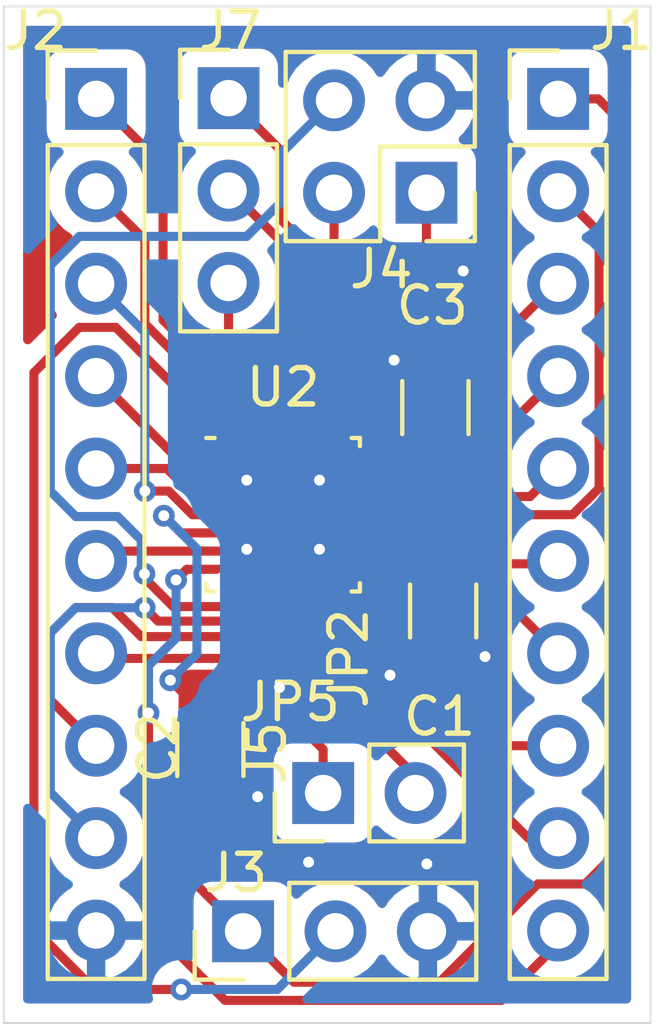
<source format=kicad_pcb>
(kicad_pcb (version 20171130) (host pcbnew "(5.1.8)-1")

  (general
    (thickness 1.6)
    (drawings 4)
    (tracks 202)
    (zones 0)
    (modules 12)
    (nets 30)
  )

  (page A4)
  (layers
    (0 F.Cu signal)
    (31 B.Cu signal)
    (32 B.Adhes user)
    (33 F.Adhes user)
    (34 B.Paste user)
    (35 F.Paste user)
    (36 B.SilkS user)
    (37 F.SilkS user)
    (38 B.Mask user)
    (39 F.Mask user)
    (40 Dwgs.User user)
    (41 Cmts.User user)
    (42 Eco1.User user)
    (43 Eco2.User user)
    (44 Edge.Cuts user)
    (45 Margin user)
    (46 B.CrtYd user)
    (47 F.CrtYd user)
    (48 B.Fab user hide)
    (49 F.Fab user hide)
  )

  (setup
    (last_trace_width 0.25)
    (user_trace_width 0.25)
    (trace_clearance 0.15)
    (zone_clearance 0.508)
    (zone_45_only no)
    (trace_min 0.2)
    (via_size 0.6)
    (via_drill 0.3)
    (via_min_size 0.4)
    (via_min_drill 0.3)
    (uvia_size 0.3)
    (uvia_drill 0.1)
    (uvias_allowed no)
    (uvia_min_size 0.2)
    (uvia_min_drill 0.1)
    (edge_width 0.05)
    (segment_width 0.2)
    (pcb_text_width 0.3)
    (pcb_text_size 1.5 1.5)
    (mod_edge_width 0.12)
    (mod_text_size 1 1)
    (mod_text_width 0.15)
    (pad_size 1.524 1.524)
    (pad_drill 0.762)
    (pad_to_mask_clearance 0)
    (aux_axis_origin 0 0)
    (visible_elements 7FFFFFFF)
    (pcbplotparams
      (layerselection 0x010fc_ffffffff)
      (usegerberextensions false)
      (usegerberattributes true)
      (usegerberadvancedattributes true)
      (creategerberjobfile true)
      (excludeedgelayer true)
      (linewidth 0.100000)
      (plotframeref false)
      (viasonmask false)
      (mode 1)
      (useauxorigin false)
      (hpglpennumber 1)
      (hpglpenspeed 20)
      (hpglpendiameter 15.000000)
      (psnegative false)
      (psa4output false)
      (plotreference true)
      (plotvalue true)
      (plotinvisibletext false)
      (padsonsilk false)
      (subtractmaskfromsilk false)
      (outputformat 1)
      (mirror false)
      (drillshape 1)
      (scaleselection 1)
      (outputdirectory ""))
  )

  (net 0 "")
  (net 1 GND)
  (net 2 +3V3)
  (net 3 /P19)
  (net 4 /P18)
  (net 5 /P13)
  (net 6 /P12)
  (net 7 /P11)
  (net 8 /P9)
  (net 9 /P8)
  (net 10 /P3)
  (net 11 /P2)
  (net 12 /P1)
  (net 13 /AT_PB1_ST_VDD)
  (net 14 /AT_PB4_ST_PA0)
  (net 15 /AT_VCC_ST_PA10)
  (net 16 /AT_PB2_ST_PA9)
  (net 17 /AT_PB3_ST_PF1)
  (net 18 /AT_GND_ST_PA5)
  (net 19 /AT_PB0_ST_GND)
  (net 20 /ST_USART-RX)
  (net 21 /ST_BOOT0)
  (net 22 /AT_PB5_!RESET_ST_PF0)
  (net 23 /ST_PB4_MISO)
  (net 24 /ST_PB5_MOSI)
  (net 25 /ST_PB3_SCK)
  (net 26 /ST_USART-TX)
  (net 27 /ST_PA6)
  (net 28 /ST_PA7)
  (net 29 /ST_PA2)

  (net_class Default "This is the default net class."
    (clearance 0.15)
    (trace_width 0.25)
    (via_dia 0.6)
    (via_drill 0.3)
    (uvia_dia 0.3)
    (uvia_drill 0.1)
    (add_net +3V3)
    (add_net /AT_GND_ST_PA5)
    (add_net /AT_PB0_ST_GND)
    (add_net /AT_PB1_ST_VDD)
    (add_net /AT_PB2_ST_PA9)
    (add_net /AT_PB3_ST_PF1)
    (add_net /AT_PB4_ST_PA0)
    (add_net /AT_PB5_!RESET_ST_PF0)
    (add_net /AT_VCC_ST_PA10)
    (add_net /P1)
    (add_net /P11)
    (add_net /P12)
    (add_net /P13)
    (add_net /P18)
    (add_net /P19)
    (add_net /P2)
    (add_net /P3)
    (add_net /P8)
    (add_net /P9)
    (add_net /ST_BOOT0)
    (add_net /ST_PA2)
    (add_net /ST_PA6)
    (add_net /ST_PA7)
    (add_net /ST_PB3_SCK)
    (add_net /ST_PB4_MISO)
    (add_net /ST_PB5_MOSI)
    (add_net /ST_USART-RX)
    (add_net /ST_USART-TX)
    (add_net GND)
  )

  (module Connector_PinHeader_2.54mm:PinHeader_1x10_P2.54mm_Vertical locked (layer F.Cu) (tedit 59FED5CC) (tstamp 6047E99C)
    (at 162.56 58.42)
    (descr "Through hole straight pin header, 1x10, 2.54mm pitch, single row")
    (tags "Through hole pin header THT 1x10 2.54mm single row")
    (path /60482483)
    (fp_text reference J1 (at 1.74 -1.87) (layer F.SilkS)
      (effects (font (size 1 1) (thickness 0.15)))
    )
    (fp_text value Conn_01x10 (at 0 25.19) (layer F.Fab)
      (effects (font (size 1 1) (thickness 0.15)))
    )
    (fp_line (start -0.635 -1.27) (end 1.27 -1.27) (layer F.Fab) (width 0.1))
    (fp_line (start 1.27 -1.27) (end 1.27 24.13) (layer F.Fab) (width 0.1))
    (fp_line (start 1.27 24.13) (end -1.27 24.13) (layer F.Fab) (width 0.1))
    (fp_line (start -1.27 24.13) (end -1.27 -0.635) (layer F.Fab) (width 0.1))
    (fp_line (start -1.27 -0.635) (end -0.635 -1.27) (layer F.Fab) (width 0.1))
    (fp_line (start -1.33 24.19) (end 1.33 24.19) (layer F.SilkS) (width 0.12))
    (fp_line (start -1.33 1.27) (end -1.33 24.19) (layer F.SilkS) (width 0.12))
    (fp_line (start 1.33 1.27) (end 1.33 24.19) (layer F.SilkS) (width 0.12))
    (fp_line (start -1.33 1.27) (end 1.33 1.27) (layer F.SilkS) (width 0.12))
    (fp_line (start -1.33 0) (end -1.33 -1.33) (layer F.SilkS) (width 0.12))
    (fp_line (start -1.33 -1.33) (end 0 -1.33) (layer F.SilkS) (width 0.12))
    (fp_line (start -1.8 -1.8) (end -1.8 24.65) (layer F.CrtYd) (width 0.05))
    (fp_line (start -1.8 24.65) (end 1.8 24.65) (layer F.CrtYd) (width 0.05))
    (fp_line (start 1.8 24.65) (end 1.8 -1.8) (layer F.CrtYd) (width 0.05))
    (fp_line (start 1.8 -1.8) (end -1.8 -1.8) (layer F.CrtYd) (width 0.05))
    (fp_text user %R (at 0 11.43 90) (layer F.Fab)
      (effects (font (size 1 1) (thickness 0.15)))
    )
    (pad 1 thru_hole rect (at 0 0) (size 1.7 1.7) (drill 1) (layers *.Cu *.Mask)
      (net 2 +3V3))
    (pad 2 thru_hole oval (at 0 2.54) (size 1.7 1.7) (drill 1) (layers *.Cu *.Mask)
      (net 3 /P19))
    (pad 3 thru_hole oval (at 0 5.08) (size 1.7 1.7) (drill 1) (layers *.Cu *.Mask)
      (net 4 /P18))
    (pad 4 thru_hole oval (at 0 7.62) (size 1.7 1.7) (drill 1) (layers *.Cu *.Mask)
      (net 15 /AT_VCC_ST_PA10))
    (pad 5 thru_hole oval (at 0 10.16) (size 1.7 1.7) (drill 1) (layers *.Cu *.Mask)
      (net 16 /AT_PB2_ST_PA9))
    (pad 6 thru_hole oval (at 0 12.7) (size 1.7 1.7) (drill 1) (layers *.Cu *.Mask)
      (net 13 /AT_PB1_ST_VDD))
    (pad 7 thru_hole oval (at 0 15.24) (size 1.7 1.7) (drill 1) (layers *.Cu *.Mask)
      (net 19 /AT_PB0_ST_GND))
    (pad 8 thru_hole oval (at 0 17.78) (size 1.7 1.7) (drill 1) (layers *.Cu *.Mask)
      (net 5 /P13))
    (pad 9 thru_hole oval (at 0 20.32) (size 1.7 1.7) (drill 1) (layers *.Cu *.Mask)
      (net 6 /P12))
    (pad 10 thru_hole oval (at 0 22.86) (size 1.7 1.7) (drill 1) (layers *.Cu *.Mask)
      (net 7 /P11))
    (model ${KISYS3DMOD}/Connector_PinHeader_2.54mm.3dshapes/PinHeader_1x10_P2.54mm_Vertical.wrl
      (at (xyz 0 0 0))
      (scale (xyz 1 1 1))
      (rotate (xyz 0 0 0))
    )
  )

  (module Connector_PinHeader_2.54mm:PinHeader_1x10_P2.54mm_Vertical locked (layer F.Cu) (tedit 59FED5CC) (tstamp 6056AD4C)
    (at 149.86 58.42)
    (descr "Through hole straight pin header, 1x10, 2.54mm pitch, single row")
    (tags "Through hole pin header THT 1x10 2.54mm single row")
    (path /60484D1B)
    (fp_text reference J2 (at -1.66 -1.87) (layer F.SilkS)
      (effects (font (size 1 1) (thickness 0.15)))
    )
    (fp_text value Conn_01x10 (at 0 25.19) (layer F.Fab)
      (effects (font (size 1 1) (thickness 0.15)))
    )
    (fp_line (start 1.8 -1.8) (end -1.8 -1.8) (layer F.CrtYd) (width 0.05))
    (fp_line (start 1.8 24.65) (end 1.8 -1.8) (layer F.CrtYd) (width 0.05))
    (fp_line (start -1.8 24.65) (end 1.8 24.65) (layer F.CrtYd) (width 0.05))
    (fp_line (start -1.8 -1.8) (end -1.8 24.65) (layer F.CrtYd) (width 0.05))
    (fp_line (start -1.33 -1.33) (end 0 -1.33) (layer F.SilkS) (width 0.12))
    (fp_line (start -1.33 0) (end -1.33 -1.33) (layer F.SilkS) (width 0.12))
    (fp_line (start -1.33 1.27) (end 1.33 1.27) (layer F.SilkS) (width 0.12))
    (fp_line (start 1.33 1.27) (end 1.33 24.19) (layer F.SilkS) (width 0.12))
    (fp_line (start -1.33 1.27) (end -1.33 24.19) (layer F.SilkS) (width 0.12))
    (fp_line (start -1.33 24.19) (end 1.33 24.19) (layer F.SilkS) (width 0.12))
    (fp_line (start -1.27 -0.635) (end -0.635 -1.27) (layer F.Fab) (width 0.1))
    (fp_line (start -1.27 24.13) (end -1.27 -0.635) (layer F.Fab) (width 0.1))
    (fp_line (start 1.27 24.13) (end -1.27 24.13) (layer F.Fab) (width 0.1))
    (fp_line (start 1.27 -1.27) (end 1.27 24.13) (layer F.Fab) (width 0.1))
    (fp_line (start -0.635 -1.27) (end 1.27 -1.27) (layer F.Fab) (width 0.1))
    (fp_text user %R (at 0 11.43 90) (layer F.Fab)
      (effects (font (size 1 1) (thickness 0.15)))
    )
    (pad 10 thru_hole oval (at 0 22.86) (size 1.7 1.7) (drill 1) (layers *.Cu *.Mask)
      (net 1 GND))
    (pad 9 thru_hole oval (at 0 20.32) (size 1.7 1.7) (drill 1) (layers *.Cu *.Mask)
      (net 8 /P9))
    (pad 8 thru_hole oval (at 0 17.78) (size 1.7 1.7) (drill 1) (layers *.Cu *.Mask)
      (net 9 /P8))
    (pad 7 thru_hole oval (at 0 15.24) (size 1.7 1.7) (drill 1) (layers *.Cu *.Mask)
      (net 18 /AT_GND_ST_PA5))
    (pad 6 thru_hole oval (at 0 12.7) (size 1.7 1.7) (drill 1) (layers *.Cu *.Mask)
      (net 14 /AT_PB4_ST_PA0))
    (pad 5 thru_hole oval (at 0 10.16) (size 1.7 1.7) (drill 1) (layers *.Cu *.Mask)
      (net 17 /AT_PB3_ST_PF1))
    (pad 4 thru_hole oval (at 0 7.62) (size 1.7 1.7) (drill 1) (layers *.Cu *.Mask)
      (net 22 /AT_PB5_!RESET_ST_PF0))
    (pad 3 thru_hole oval (at 0 5.08) (size 1.7 1.7) (drill 1) (layers *.Cu *.Mask)
      (net 10 /P3))
    (pad 2 thru_hole oval (at 0 2.54) (size 1.7 1.7) (drill 1) (layers *.Cu *.Mask)
      (net 11 /P2))
    (pad 1 thru_hole rect (at 0 0) (size 1.7 1.7) (drill 1) (layers *.Cu *.Mask)
      (net 12 /P1))
    (model ${KISYS3DMOD}/Connector_PinHeader_2.54mm.3dshapes/PinHeader_1x10_P2.54mm_Vertical.wrl
      (at (xyz 0 0 0))
      (scale (xyz 1 1 1))
      (rotate (xyz 0 0 0))
    )
  )

  (module SamacSys_Parts:QFN28-4x4mm-0_5mmP-thermalpad locked (layer F.Cu) (tedit 605617BB) (tstamp 6056ADF2)
    (at 155 69.85)
    (path /60570B22)
    (fp_text reference U2 (at 0 -3.5) (layer F.SilkS)
      (effects (font (size 1 1) (thickness 0.15)))
    )
    (fp_text value STM32F031G4Ux-thermal-pad (at 0 3.75) (layer F.Fab)
      (effects (font (size 1 1) (thickness 0.15)))
    )
    (fp_line (start -2.11 2.11) (end -2.11 1.885) (layer F.SilkS) (width 0.12))
    (fp_line (start -1.885 2.11) (end -2.11 2.11) (layer F.SilkS) (width 0.12))
    (fp_line (start -1.885 -2.11) (end -2.11 -2.11) (layer F.SilkS) (width 0.12))
    (fp_line (start 2.11 -2.11) (end 2.11 -1.885) (layer F.SilkS) (width 0.12))
    (fp_line (start 1.885 -2.11) (end 2.11 -2.11) (layer F.SilkS) (width 0.12))
    (fp_line (start 2.11 2.11) (end 2.11 1.885) (layer F.SilkS) (width 0.12))
    (fp_line (start -2.62 2.62) (end 2.62 2.62) (layer F.CrtYd) (width 0.05))
    (fp_line (start -2.62 -2.62) (end -2.62 2.62) (layer F.CrtYd) (width 0.05))
    (fp_line (start -2 -1) (end -1 -2) (layer F.Fab) (width 0.1))
    (fp_line (start 2.62 -2.62) (end -2.62 -2.62) (layer F.CrtYd) (width 0.05))
    (fp_line (start 2.62 2.62) (end 2.62 -2.62) (layer F.CrtYd) (width 0.05))
    (fp_line (start -2 2) (end -2 -1) (layer F.Fab) (width 0.1))
    (fp_line (start 2 2) (end -2 2) (layer F.Fab) (width 0.1))
    (fp_line (start 2 -2) (end 2 2) (layer F.Fab) (width 0.1))
    (fp_line (start -1 -2) (end 2 -2) (layer F.Fab) (width 0.1))
    (fp_line (start 1.885 2.11) (end 2.11 2.11) (layer F.SilkS) (width 0.12))
    (fp_text user %R (at 0 0) (layer F.Fab)
      (effects (font (size 1 1) (thickness 0.15)))
    )
    (pad 14 smd custom (at 1.5 1.9975) (size 0.136863 0.136863) (layers F.Cu F.Paste F.Mask)
      (net 6 /P12)
      (options (clearance outline) (anchor circle))
      (primitives
        (gr_poly (pts
           (xy -0.08 -0.3325) (xy -0.05364 -0.3325) (xy 0.08 -0.19886) (xy 0.08 0.3325) (xy -0.08 0.3325)
) (width 0.09))
      ))
    (pad 7 smd custom (at -1.9975 1.5) (size 0.136863 0.136863) (layers F.Cu F.Paste F.Mask)
      (net 7 /P11)
      (options (clearance outline) (anchor circle))
      (primitives
        (gr_poly (pts
           (xy -0.3325 -0.08) (xy 0.3325 -0.08) (xy 0.3325 -0.05364) (xy 0.19886 0.08) (xy -0.3325 0.08)
) (width 0.09))
      ))
    (pad 9 smd roundrect (at -1 1.9375) (size 0.25 0.875) (layers F.Cu F.Paste F.Mask) (roundrect_rratio 0.25)
      (net 8 /P9))
    (pad 2 smd roundrect (at -1.9375 -1) (size 0.875 0.25) (layers F.Cu F.Paste F.Mask) (roundrect_rratio 0.25)
      (net 22 /AT_PB5_!RESET_ST_PF0))
    (pad 28 smd custom (at -1.5 -1.9975) (size 0.136863 0.136863) (layers F.Cu F.Paste F.Mask)
      (net 11 /P2)
      (options (clearance outline) (anchor circle))
      (primitives
        (gr_poly (pts
           (xy -0.08 -0.3325) (xy 0.08 -0.3325) (xy 0.08 0.3325) (xy 0.05364 0.3325) (xy -0.08 0.19886)
) (width 0.09))
      ))
    (pad 25 smd roundrect (at 0 -1.9375) (size 0.25 0.875) (layers F.Cu F.Paste F.Mask) (roundrect_rratio 0.25)
      (net 23 /ST_PB4_MISO))
    (pad 16 smd roundrect (at 1.9375 1) (size 0.875 0.25) (layers F.Cu F.Paste F.Mask) (roundrect_rratio 0.25)
      (net 19 /AT_PB0_ST_GND))
    (pad 27 smd roundrect (at -1 -1.9375) (size 0.25 0.875) (layers F.Cu F.Paste F.Mask) (roundrect_rratio 0.25)
      (net 12 /P1))
    (pad 26 smd roundrect (at -0.5 -1.9375) (size 0.25 0.875) (layers F.Cu F.Paste F.Mask) (roundrect_rratio 0.25)
      (net 24 /ST_PB5_MOSI))
    (pad 24 smd roundrect (at 0.5 -1.9375) (size 0.25 0.875) (layers F.Cu F.Paste F.Mask) (roundrect_rratio 0.25)
      (net 25 /ST_PB3_SCK))
    (pad 23 smd roundrect (at 1 -1.9375) (size 0.25 0.875) (layers F.Cu F.Paste F.Mask) (roundrect_rratio 0.25)
      (net 20 /ST_USART-RX))
    (pad 22 smd custom (at 1.5 -1.9975) (size 0.136863 0.136863) (layers F.Cu F.Paste F.Mask)
      (net 26 /ST_USART-TX)
      (options (clearance outline) (anchor circle))
      (primitives
        (gr_poly (pts
           (xy -0.08 -0.3325) (xy 0.08 -0.3325) (xy 0.08 0.19886) (xy -0.05364 0.3325) (xy -0.08 0.3325)
) (width 0.09))
      ))
    (pad 17 smd roundrect (at 1.9375 0.5) (size 0.875 0.25) (layers F.Cu F.Paste F.Mask) (roundrect_rratio 0.25)
      (net 13 /AT_PB1_ST_VDD))
    (pad 21 smd custom (at 1.9975 -1.5) (size 0.136863 0.136863) (layers F.Cu F.Paste F.Mask)
      (net 4 /P18)
      (options (clearance outline) (anchor circle))
      (primitives
        (gr_poly (pts
           (xy -0.3325 0.05364) (xy -0.19886 -0.08) (xy 0.3325 -0.08) (xy 0.3325 0.08) (xy -0.3325 0.08)
) (width 0.09))
      ))
    (pad 12 smd roundrect (at 0.5 1.9375) (size 0.25 0.875) (layers F.Cu F.Paste F.Mask) (roundrect_rratio 0.25)
      (net 27 /ST_PA6))
    (pad 6 smd roundrect (at -1.9375 1) (size 0.875 0.25) (layers F.Cu F.Paste F.Mask) (roundrect_rratio 0.25)
      (net 14 /AT_PB4_ST_PA0))
    (pad 4 smd roundrect (at -1.9375 0) (size 0.875 0.25) (layers F.Cu F.Paste F.Mask) (roundrect_rratio 0.25)
      (net 10 /P3))
    (pad 20 smd roundrect (at 1.9375 -1) (size 0.875 0.25) (layers F.Cu F.Paste F.Mask) (roundrect_rratio 0.25)
      (net 15 /AT_VCC_ST_PA10))
    (pad 19 smd roundrect (at 1.9375 -0.5) (size 0.875 0.25) (layers F.Cu F.Paste F.Mask) (roundrect_rratio 0.25)
      (net 16 /AT_PB2_ST_PA9))
    (pad 18 smd roundrect (at 1.9375 0) (size 0.875 0.25) (layers F.Cu F.Paste F.Mask) (roundrect_rratio 0.25)
      (net 3 /P19))
    (pad 5 smd roundrect (at -1.9375 0.5) (size 0.875 0.25) (layers F.Cu F.Paste F.Mask) (roundrect_rratio 0.25)
      (net 2 +3V3))
    (pad 13 smd roundrect (at 1 1.9375) (size 0.25 0.875) (layers F.Cu F.Paste F.Mask) (roundrect_rratio 0.25)
      (net 28 /ST_PA7))
    (pad 15 smd custom (at 1.9975 1.5) (size 0.136863 0.136863) (layers F.Cu F.Paste F.Mask)
      (net 5 /P13)
      (options (clearance outline) (anchor circle))
      (primitives
        (gr_poly (pts
           (xy -0.3325 -0.08) (xy 0.3325 -0.08) (xy 0.3325 0.08) (xy -0.19886 0.08) (xy -0.3325 -0.05364)
) (width 0.09))
      ))
    (pad 10 smd roundrect (at -0.5 1.9375) (size 0.25 0.875) (layers F.Cu F.Paste F.Mask) (roundrect_rratio 0.25)
      (net 9 /P8))
    (pad 1 smd custom (at -1.9975 -1.5) (size 0.136863 0.136863) (layers F.Cu F.Paste F.Mask)
      (net 21 /ST_BOOT0)
      (options (clearance outline) (anchor circle))
      (primitives
        (gr_poly (pts
           (xy -0.3325 -0.08) (xy 0.19886 -0.08) (xy 0.3325 0.05364) (xy 0.3325 0.08) (xy -0.3325 0.08)
) (width 0.09))
      ))
    (pad 3 smd roundrect (at -1.9375 -0.5) (size 0.875 0.25) (layers F.Cu F.Paste F.Mask) (roundrect_rratio 0.25)
      (net 17 /AT_PB3_ST_PF1))
    (pad 8 smd custom (at -1.5 1.9975) (size 0.136863 0.136863) (layers F.Cu F.Paste F.Mask)
      (net 29 /ST_PA2)
      (options (clearance outline) (anchor circle))
      (primitives
        (gr_poly (pts
           (xy -0.08 -0.19886) (xy 0.05364 -0.3325) (xy 0.08 -0.3325) (xy 0.08 0.3325) (xy -0.08 0.3325)
) (width 0.09))
      ))
    (pad 11 smd roundrect (at 0 1.9375) (size 0.25 0.875) (layers F.Cu F.Paste F.Mask) (roundrect_rratio 0.25)
      (net 18 /AT_GND_ST_PA5))
    (pad "" smd roundrect (at -0.625 0.625) (size 1.01 1.01) (layers F.Paste) (roundrect_rratio 0.247525))
    (pad "" smd roundrect (at 0.625 0.625) (size 1.01 1.01) (layers F.Paste) (roundrect_rratio 0.247525))
    (pad "" smd roundrect (at 0.625 -0.625) (size 1.01 1.01) (layers F.Paste) (roundrect_rratio 0.247525))
    (pad "" smd roundrect (at -0.625 -0.625) (size 1.01 1.01) (layers F.Paste) (roundrect_rratio 0.247525))
    (pad 29 smd rect (at 0 0) (size 2.5 2.5) (layers F.Cu F.Mask)
      (net 1 GND))
  )

  (module SamacSys_Parts:RC-1206-0805-hybrid (layer F.Cu) (tedit 60563D9B) (tstamp 6056C390)
    (at 159.3852 72.47 90)
    (path /605C65AD)
    (fp_text reference C1 (at -2.93 -0.0852 180) (layer F.SilkS)
      (effects (font (size 1 1) (thickness 0.15)))
    )
    (fp_text value 100n (at 0 2 90) (layer F.Fab)
      (effects (font (size 1 1) (thickness 0.15)))
    )
    (fp_line (start -2.4754 1.1348) (end -2.4754 -1.1052) (layer F.CrtYd) (width 0.05))
    (fp_line (start -1.6254 0.8148) (end -1.6254 -0.7852) (layer F.Fab) (width 0.1))
    (fp_line (start -1.6254 -0.7852) (end 1.5746 -0.7852) (layer F.Fab) (width 0.1))
    (fp_line (start -2.4754 -1.1052) (end 2.4246 -1.1052) (layer F.CrtYd) (width 0.05))
    (fp_line (start 1.5746 0.8148) (end -1.6254 0.8148) (layer F.Fab) (width 0.1))
    (fp_line (start -0.752464 0.9248) (end 0.701664 0.9248) (layer F.SilkS) (width 0.12))
    (fp_line (start -0.752464 -0.8952) (end 0.701664 -0.8952) (layer F.SilkS) (width 0.12))
    (fp_line (start 1.5746 -0.7852) (end 1.5746 0.8148) (layer F.Fab) (width 0.1))
    (fp_line (start 2.4246 -1.1052) (end 2.4246 1.1348) (layer F.CrtYd) (width 0.05))
    (fp_line (start 2.4246 1.1348) (end -2.4754 1.1348) (layer F.CrtYd) (width 0.05))
    (fp_text user %R (at -0.0254 0.0148 90) (layer F.Fab)
      (effects (font (size 0.8 0.8) (thickness 0.12)))
    )
    (pad 1 smd roundrect (at -1.3208 0.0148 90) (size 1.8 1.75) (layers F.Cu F.Paste F.Mask) (roundrect_rratio 0.192)
      (net 1 GND))
    (pad 2 smd roundrect (at 1.27 0.0148 90) (size 1.8 1.75) (layers F.Cu F.Paste F.Mask) (roundrect_rratio 0.192)
      (net 13 /AT_PB1_ST_VDD))
  )

  (module SamacSys_Parts:RC-1206-0805-hybrid (layer F.Cu) (tedit 60563D9B) (tstamp 6056A719)
    (at 152.9852 76.2792 90)
    (path /605D0E2C)
    (fp_text reference C2 (at 0.0292 -1.4352 90) (layer F.SilkS)
      (effects (font (size 1 1) (thickness 0.15)))
    )
    (fp_text value 100n (at 0 2 90) (layer F.Fab)
      (effects (font (size 1 1) (thickness 0.15)))
    )
    (fp_line (start 2.4246 1.1348) (end -2.4754 1.1348) (layer F.CrtYd) (width 0.05))
    (fp_line (start 2.4246 -1.1052) (end 2.4246 1.1348) (layer F.CrtYd) (width 0.05))
    (fp_line (start 1.5746 -0.7852) (end 1.5746 0.8148) (layer F.Fab) (width 0.1))
    (fp_line (start -0.752464 -0.8952) (end 0.701664 -0.8952) (layer F.SilkS) (width 0.12))
    (fp_line (start -0.752464 0.9248) (end 0.701664 0.9248) (layer F.SilkS) (width 0.12))
    (fp_line (start 1.5746 0.8148) (end -1.6254 0.8148) (layer F.Fab) (width 0.1))
    (fp_line (start -2.4754 -1.1052) (end 2.4246 -1.1052) (layer F.CrtYd) (width 0.05))
    (fp_line (start -1.6254 -0.7852) (end 1.5746 -0.7852) (layer F.Fab) (width 0.1))
    (fp_line (start -1.6254 0.8148) (end -1.6254 -0.7852) (layer F.Fab) (width 0.1))
    (fp_line (start -2.4754 1.1348) (end -2.4754 -1.1052) (layer F.CrtYd) (width 0.05))
    (fp_text user %R (at -0.0254 0.0148 90) (layer F.Fab)
      (effects (font (size 0.8 0.8) (thickness 0.12)))
    )
    (pad 2 smd roundrect (at 1.27 0.0148 90) (size 1.8 1.75) (layers F.Cu F.Paste F.Mask) (roundrect_rratio 0.192)
      (net 2 +3V3))
    (pad 1 smd roundrect (at -1.3208 0.0148 90) (size 1.8 1.75) (layers F.Cu F.Paste F.Mask) (roundrect_rratio 0.192)
      (net 1 GND))
  )

  (module SamacSys_Parts:RC-1206-0805-hybrid (layer F.Cu) (tedit 60563D9B) (tstamp 6056A72A)
    (at 159.2 66.93 270)
    (path /605E308C)
    (fp_text reference C3 (at -2.83 0.1 180) (layer F.SilkS)
      (effects (font (size 1 1) (thickness 0.15)))
    )
    (fp_text value 100n (at 0 2 90) (layer F.Fab)
      (effects (font (size 1 1) (thickness 0.15)))
    )
    (fp_line (start -2.4754 1.1348) (end -2.4754 -1.1052) (layer F.CrtYd) (width 0.05))
    (fp_line (start -1.6254 0.8148) (end -1.6254 -0.7852) (layer F.Fab) (width 0.1))
    (fp_line (start -1.6254 -0.7852) (end 1.5746 -0.7852) (layer F.Fab) (width 0.1))
    (fp_line (start -2.4754 -1.1052) (end 2.4246 -1.1052) (layer F.CrtYd) (width 0.05))
    (fp_line (start 1.5746 0.8148) (end -1.6254 0.8148) (layer F.Fab) (width 0.1))
    (fp_line (start -0.752464 0.9248) (end 0.701664 0.9248) (layer F.SilkS) (width 0.12))
    (fp_line (start -0.752464 -0.8952) (end 0.701664 -0.8952) (layer F.SilkS) (width 0.12))
    (fp_line (start 1.5746 -0.7852) (end 1.5746 0.8148) (layer F.Fab) (width 0.1))
    (fp_line (start 2.4246 -1.1052) (end 2.4246 1.1348) (layer F.CrtYd) (width 0.05))
    (fp_line (start 2.4246 1.1348) (end -2.4754 1.1348) (layer F.CrtYd) (width 0.05))
    (fp_text user %R (at -0.0254 0.0148 90) (layer F.Fab)
      (effects (font (size 0.8 0.8) (thickness 0.12)))
    )
    (pad 1 smd roundrect (at -1.3208 0.0148 270) (size 1.8 1.75) (layers F.Cu F.Paste F.Mask) (roundrect_rratio 0.192)
      (net 1 GND))
    (pad 2 smd roundrect (at 1.27 0.0148 270) (size 1.8 1.75) (layers F.Cu F.Paste F.Mask) (roundrect_rratio 0.192)
      (net 15 /AT_VCC_ST_PA10))
  )

  (module SamacSys_Parts:0202-solder-jumper (layer F.Cu) (tedit 60563F06) (tstamp 6056B344)
    (at 157.7 73.4675 90)
    (path /605BCF10)
    (fp_text reference JP2 (at -0.3325 -0.9 90) (layer F.SilkS)
      (effects (font (size 1 1) (thickness 0.15)))
    )
    (fp_text value Jumper_NC_Small (at 0 1.3 90) (layer F.Fab)
      (effects (font (size 1 1) (thickness 0.15)))
    )
    (fp_line (start 0.3 -0.15) (end 0.3 0.15) (layer F.Fab) (width 0.1))
    (fp_line (start -0.3 0.15) (end -0.3 -0.15) (layer F.Fab) (width 0.1))
    (fp_line (start -0.3 -0.2) (end 0.3 -0.2) (layer F.Fab) (width 0.1))
    (fp_line (start 0.88 -0.4) (end 0.88 0.4) (layer F.CrtYd) (width 0.05))
    (fp_line (start -0.88 0.4) (end -0.88 -0.4) (layer F.CrtYd) (width 0.05))
    (fp_line (start 0.88 0.4) (end -0.88 0.4) (layer F.CrtYd) (width 0.05))
    (fp_line (start 0.3 0.2) (end -0.3 0.2) (layer F.Fab) (width 0.1))
    (fp_line (start -0.88 -0.4) (end 0.88 -0.4) (layer F.CrtYd) (width 0.05))
    (pad "" smd roundrect (at -0.4325 0 90) (size 0.458 0.36) (layers F.Paste) (roundrect_rratio 0.25))
    (pad "" smd roundrect (at 0.4325 0 90) (size 0.458 0.36) (layers F.Paste) (roundrect_rratio 0.25))
    (pad 2 smd roundrect (at 0.4075 0 90) (size 0.635 0.635) (layers F.Cu F.Mask) (roundrect_rratio 0.25)
      (net 19 /AT_PB0_ST_GND))
    (pad 1 smd roundrect (at -0.4075 0 90) (size 0.635 0.635) (layers F.Cu F.Mask) (roundrect_rratio 0.25)
      (net 1 GND))
  )

  (module SamacSys_Parts:0202-solder-jumper (layer F.Cu) (tedit 60563F06) (tstamp 6056B364)
    (at 154.9 73.6325 270)
    (path /605D5F97)
    (fp_text reference JP5 (at 1.3675 -0.3 180) (layer F.SilkS)
      (effects (font (size 1 1) (thickness 0.15)))
    )
    (fp_text value Jumper_NC_Small (at 0 1.3 90) (layer F.Fab)
      (effects (font (size 1 1) (thickness 0.15)))
    )
    (fp_line (start 0.3 -0.15) (end 0.3 0.15) (layer F.Fab) (width 0.1))
    (fp_line (start -0.3 0.15) (end -0.3 -0.15) (layer F.Fab) (width 0.1))
    (fp_line (start -0.3 -0.2) (end 0.3 -0.2) (layer F.Fab) (width 0.1))
    (fp_line (start 0.88 -0.4) (end 0.88 0.4) (layer F.CrtYd) (width 0.05))
    (fp_line (start -0.88 0.4) (end -0.88 -0.4) (layer F.CrtYd) (width 0.05))
    (fp_line (start 0.88 0.4) (end -0.88 0.4) (layer F.CrtYd) (width 0.05))
    (fp_line (start 0.3 0.2) (end -0.3 0.2) (layer F.Fab) (width 0.1))
    (fp_line (start -0.88 -0.4) (end 0.88 -0.4) (layer F.CrtYd) (width 0.05))
    (pad "" smd roundrect (at -0.4325 0 270) (size 0.458 0.36) (layers F.Paste) (roundrect_rratio 0.25))
    (pad "" smd roundrect (at 0.4325 0 270) (size 0.458 0.36) (layers F.Paste) (roundrect_rratio 0.25))
    (pad 2 smd roundrect (at 0.4075 0 270) (size 0.635 0.635) (layers F.Cu F.Mask) (roundrect_rratio 0.25)
      (net 1 GND))
    (pad 1 smd roundrect (at -0.4075 0 270) (size 0.635 0.635) (layers F.Cu F.Mask) (roundrect_rratio 0.25)
      (net 18 /AT_GND_ST_PA5))
  )

  (module Connector_PinHeader_2.54mm:PinHeader_1x03_P2.54mm_Vertical (layer F.Cu) (tedit 59FED5CC) (tstamp 6063D829)
    (at 153.9 81.3 90)
    (descr "Through hole straight pin header, 1x03, 2.54mm pitch, single row")
    (tags "Through hole pin header THT 1x03 2.54mm single row")
    (path /6069EE65)
    (fp_text reference J3 (at 1.6 -0.2 180) (layer F.SilkS)
      (effects (font (size 1 1) (thickness 0.15)))
    )
    (fp_text value Conn_01x03 (at 0 7.41 90) (layer F.Fab)
      (effects (font (size 1 1) (thickness 0.15)))
    )
    (fp_line (start 1.8 -1.8) (end -1.8 -1.8) (layer F.CrtYd) (width 0.05))
    (fp_line (start 1.8 6.85) (end 1.8 -1.8) (layer F.CrtYd) (width 0.05))
    (fp_line (start -1.8 6.85) (end 1.8 6.85) (layer F.CrtYd) (width 0.05))
    (fp_line (start -1.8 -1.8) (end -1.8 6.85) (layer F.CrtYd) (width 0.05))
    (fp_line (start -1.33 -1.33) (end 0 -1.33) (layer F.SilkS) (width 0.12))
    (fp_line (start -1.33 0) (end -1.33 -1.33) (layer F.SilkS) (width 0.12))
    (fp_line (start -1.33 1.27) (end 1.33 1.27) (layer F.SilkS) (width 0.12))
    (fp_line (start 1.33 1.27) (end 1.33 6.41) (layer F.SilkS) (width 0.12))
    (fp_line (start -1.33 1.27) (end -1.33 6.41) (layer F.SilkS) (width 0.12))
    (fp_line (start -1.33 6.41) (end 1.33 6.41) (layer F.SilkS) (width 0.12))
    (fp_line (start -1.27 -0.635) (end -0.635 -1.27) (layer F.Fab) (width 0.1))
    (fp_line (start -1.27 6.35) (end -1.27 -0.635) (layer F.Fab) (width 0.1))
    (fp_line (start 1.27 6.35) (end -1.27 6.35) (layer F.Fab) (width 0.1))
    (fp_line (start 1.27 -1.27) (end 1.27 6.35) (layer F.Fab) (width 0.1))
    (fp_line (start -0.635 -1.27) (end 1.27 -1.27) (layer F.Fab) (width 0.1))
    (fp_text user %R (at 0 2.54) (layer F.Fab)
      (effects (font (size 1 1) (thickness 0.15)))
    )
    (pad 1 thru_hole rect (at 0 0 90) (size 1.7 1.7) (drill 1) (layers *.Cu *.Mask)
      (net 2 +3V3))
    (pad 2 thru_hole oval (at 0 2.54 90) (size 1.7 1.7) (drill 1) (layers *.Cu *.Mask)
      (net 21 /ST_BOOT0))
    (pad 3 thru_hole oval (at 0 5.08 90) (size 1.7 1.7) (drill 1) (layers *.Cu *.Mask)
      (net 1 GND))
    (model ${KISYS3DMOD}/Connector_PinHeader_2.54mm.3dshapes/PinHeader_1x03_P2.54mm_Vertical.wrl
      (at (xyz 0 0 0))
      (scale (xyz 1 1 1))
      (rotate (xyz 0 0 0))
    )
  )

  (module Connector_PinHeader_2.54mm:PinHeader_1x02_P2.54mm_Vertical (layer F.Cu) (tedit 59FED5CC) (tstamp 6063D857)
    (at 156.1 77.5 90)
    (descr "Through hole straight pin header, 1x02, 2.54mm pitch, single row")
    (tags "Through hole pin header THT 1x02 2.54mm single row")
    (path /6069E048)
    (fp_text reference J5 (at 1.1 -1.55 90) (layer F.SilkS)
      (effects (font (size 1 1) (thickness 0.15)))
    )
    (fp_text value Conn_01x02 (at 0 4.87 90) (layer F.Fab)
      (effects (font (size 1 1) (thickness 0.15)))
    )
    (fp_line (start 1.8 -1.8) (end -1.8 -1.8) (layer F.CrtYd) (width 0.05))
    (fp_line (start 1.8 4.35) (end 1.8 -1.8) (layer F.CrtYd) (width 0.05))
    (fp_line (start -1.8 4.35) (end 1.8 4.35) (layer F.CrtYd) (width 0.05))
    (fp_line (start -1.8 -1.8) (end -1.8 4.35) (layer F.CrtYd) (width 0.05))
    (fp_line (start -1.33 -1.33) (end 0 -1.33) (layer F.SilkS) (width 0.12))
    (fp_line (start -1.33 0) (end -1.33 -1.33) (layer F.SilkS) (width 0.12))
    (fp_line (start -1.33 1.27) (end 1.33 1.27) (layer F.SilkS) (width 0.12))
    (fp_line (start 1.33 1.27) (end 1.33 3.87) (layer F.SilkS) (width 0.12))
    (fp_line (start -1.33 1.27) (end -1.33 3.87) (layer F.SilkS) (width 0.12))
    (fp_line (start -1.33 3.87) (end 1.33 3.87) (layer F.SilkS) (width 0.12))
    (fp_line (start -1.27 -0.635) (end -0.635 -1.27) (layer F.Fab) (width 0.1))
    (fp_line (start -1.27 3.81) (end -1.27 -0.635) (layer F.Fab) (width 0.1))
    (fp_line (start 1.27 3.81) (end -1.27 3.81) (layer F.Fab) (width 0.1))
    (fp_line (start 1.27 -1.27) (end 1.27 3.81) (layer F.Fab) (width 0.1))
    (fp_line (start -0.635 -1.27) (end 1.27 -1.27) (layer F.Fab) (width 0.1))
    (fp_text user %R (at 0 1.27) (layer F.Fab)
      (effects (font (size 1 1) (thickness 0.15)))
    )
    (pad 1 thru_hole rect (at 0 0 90) (size 1.7 1.7) (drill 1) (layers *.Cu *.Mask)
      (net 27 /ST_PA6))
    (pad 2 thru_hole oval (at 0 2.54 90) (size 1.7 1.7) (drill 1) (layers *.Cu *.Mask)
      (net 28 /ST_PA7))
    (model ${KISYS3DMOD}/Connector_PinHeader_2.54mm.3dshapes/PinHeader_1x02_P2.54mm_Vertical.wrl
      (at (xyz 0 0 0))
      (scale (xyz 1 1 1))
      (rotate (xyz 0 0 0))
    )
  )

  (module Connector_PinHeader_2.54mm:PinHeader_1x03_P2.54mm_Vertical (layer F.Cu) (tedit 59FED5CC) (tstamp 6063EDBD)
    (at 153.5 58.4)
    (descr "Through hole straight pin header, 1x03, 2.54mm pitch, single row")
    (tags "Through hole pin header THT 1x03 2.54mm single row")
    (path /606A04C0)
    (fp_text reference J7 (at 0.05 -1.85) (layer F.SilkS)
      (effects (font (size 1 1) (thickness 0.15)))
    )
    (fp_text value Conn_01x03 (at 0 7.41) (layer F.Fab)
      (effects (font (size 1 1) (thickness 0.15)))
    )
    (fp_line (start 1.8 -1.8) (end -1.8 -1.8) (layer F.CrtYd) (width 0.05))
    (fp_line (start 1.8 6.85) (end 1.8 -1.8) (layer F.CrtYd) (width 0.05))
    (fp_line (start -1.8 6.85) (end 1.8 6.85) (layer F.CrtYd) (width 0.05))
    (fp_line (start -1.8 -1.8) (end -1.8 6.85) (layer F.CrtYd) (width 0.05))
    (fp_line (start -1.33 -1.33) (end 0 -1.33) (layer F.SilkS) (width 0.12))
    (fp_line (start -1.33 0) (end -1.33 -1.33) (layer F.SilkS) (width 0.12))
    (fp_line (start -1.33 1.27) (end 1.33 1.27) (layer F.SilkS) (width 0.12))
    (fp_line (start 1.33 1.27) (end 1.33 6.41) (layer F.SilkS) (width 0.12))
    (fp_line (start -1.33 1.27) (end -1.33 6.41) (layer F.SilkS) (width 0.12))
    (fp_line (start -1.33 6.41) (end 1.33 6.41) (layer F.SilkS) (width 0.12))
    (fp_line (start -1.27 -0.635) (end -0.635 -1.27) (layer F.Fab) (width 0.1))
    (fp_line (start -1.27 6.35) (end -1.27 -0.635) (layer F.Fab) (width 0.1))
    (fp_line (start 1.27 6.35) (end -1.27 6.35) (layer F.Fab) (width 0.1))
    (fp_line (start 1.27 -1.27) (end 1.27 6.35) (layer F.Fab) (width 0.1))
    (fp_line (start -0.635 -1.27) (end 1.27 -1.27) (layer F.Fab) (width 0.1))
    (fp_text user %R (at 0 2.54 90) (layer F.Fab)
      (effects (font (size 1 1) (thickness 0.15)))
    )
    (pad 1 thru_hole rect (at 0 0) (size 1.7 1.7) (drill 1) (layers *.Cu *.Mask)
      (net 25 /ST_PB3_SCK))
    (pad 2 thru_hole oval (at 0 2.54) (size 1.7 1.7) (drill 1) (layers *.Cu *.Mask)
      (net 23 /ST_PB4_MISO))
    (pad 3 thru_hole oval (at 0 5.08) (size 1.7 1.7) (drill 1) (layers *.Cu *.Mask)
      (net 24 /ST_PB5_MOSI))
    (model ${KISYS3DMOD}/Connector_PinHeader_2.54mm.3dshapes/PinHeader_1x03_P2.54mm_Vertical.wrl
      (at (xyz 0 0 0))
      (scale (xyz 1 1 1))
      (rotate (xyz 0 0 0))
    )
  )

  (module Connector_PinHeader_2.54mm:PinHeader_2x02_P2.54mm_Vertical (layer F.Cu) (tedit 59FED5CC) (tstamp 6063F085)
    (at 158.94 61 180)
    (descr "Through hole straight pin header, 2x02, 2.54mm pitch, double rows")
    (tags "Through hole pin header THT 2x02 2.54mm double row")
    (path /606C850D)
    (fp_text reference J4 (at 1.24 -2.1) (layer F.SilkS)
      (effects (font (size 1 1) (thickness 0.15)))
    )
    (fp_text value Conn_01x04 (at 1.27 4.87) (layer F.Fab)
      (effects (font (size 1 1) (thickness 0.15)))
    )
    (fp_line (start 4.35 -1.8) (end -1.8 -1.8) (layer F.CrtYd) (width 0.05))
    (fp_line (start 4.35 4.35) (end 4.35 -1.8) (layer F.CrtYd) (width 0.05))
    (fp_line (start -1.8 4.35) (end 4.35 4.35) (layer F.CrtYd) (width 0.05))
    (fp_line (start -1.8 -1.8) (end -1.8 4.35) (layer F.CrtYd) (width 0.05))
    (fp_line (start -1.33 -1.33) (end 0 -1.33) (layer F.SilkS) (width 0.12))
    (fp_line (start -1.33 0) (end -1.33 -1.33) (layer F.SilkS) (width 0.12))
    (fp_line (start 1.27 -1.33) (end 3.87 -1.33) (layer F.SilkS) (width 0.12))
    (fp_line (start 1.27 1.27) (end 1.27 -1.33) (layer F.SilkS) (width 0.12))
    (fp_line (start -1.33 1.27) (end 1.27 1.27) (layer F.SilkS) (width 0.12))
    (fp_line (start 3.87 -1.33) (end 3.87 3.87) (layer F.SilkS) (width 0.12))
    (fp_line (start -1.33 1.27) (end -1.33 3.87) (layer F.SilkS) (width 0.12))
    (fp_line (start -1.33 3.87) (end 3.87 3.87) (layer F.SilkS) (width 0.12))
    (fp_line (start -1.27 0) (end 0 -1.27) (layer F.Fab) (width 0.1))
    (fp_line (start -1.27 3.81) (end -1.27 0) (layer F.Fab) (width 0.1))
    (fp_line (start 3.81 3.81) (end -1.27 3.81) (layer F.Fab) (width 0.1))
    (fp_line (start 3.81 -1.27) (end 3.81 3.81) (layer F.Fab) (width 0.1))
    (fp_line (start 0 -1.27) (end 3.81 -1.27) (layer F.Fab) (width 0.1))
    (fp_text user %R (at 1.27 1.27 90) (layer F.Fab)
      (effects (font (size 1 1) (thickness 0.15)))
    )
    (pad 1 thru_hole rect (at 0 0 180) (size 1.7 1.7) (drill 1) (layers *.Cu *.Mask)
      (net 26 /ST_USART-TX))
    (pad 2 thru_hole oval (at 2.54 0 180) (size 1.7 1.7) (drill 1) (layers *.Cu *.Mask)
      (net 20 /ST_USART-RX))
    (pad 3 thru_hole oval (at 0 2.54 180) (size 1.7 1.7) (drill 1) (layers *.Cu *.Mask)
      (net 1 GND))
    (pad 4 thru_hole oval (at 2.54 2.54 180) (size 1.7 1.7) (drill 1) (layers *.Cu *.Mask)
      (net 29 /ST_PA2))
    (model ${KISYS3DMOD}/Connector_PinHeader_2.54mm.3dshapes/PinHeader_2x02_P2.54mm_Vertical.wrl
      (at (xyz 0 0 0))
      (scale (xyz 1 1 1))
      (rotate (xyz 0 0 0))
    )
  )

  (gr_line (start 147.32 83.82) (end 147.32 55.88) (layer Edge.Cuts) (width 0.05) (tstamp 6047ECD4))
  (gr_line (start 165.1 83.82) (end 147.32 83.82) (layer Edge.Cuts) (width 0.05))
  (gr_line (start 165.1 55.88) (end 165.1 83.82) (layer Edge.Cuts) (width 0.05))
  (gr_line (start 147.32 55.88) (end 165.1 55.88) (layer Edge.Cuts) (width 0.05))

  (via (at 154 68.9) (size 0.6) (drill 0.3) (layers F.Cu B.Cu) (net 1))
  (segment (start 154.95 69.85) (end 154 68.9) (width 0.25) (layer F.Cu) (net 1))
  (segment (start 155 69.85) (end 154.95 69.85) (width 0.25) (layer F.Cu) (net 1))
  (via (at 156 68.9) (size 0.6) (drill 0.3) (layers F.Cu B.Cu) (net 1))
  (segment (start 155.05 69.85) (end 156 68.9) (width 0.25) (layer F.Cu) (net 1))
  (segment (start 155 69.85) (end 155.05 69.85) (width 0.25) (layer F.Cu) (net 1))
  (via (at 156 70.8) (size 0.6) (drill 0.3) (layers F.Cu B.Cu) (net 1))
  (segment (start 155.05 69.85) (end 156 70.8) (width 0.25) (layer F.Cu) (net 1))
  (via (at 154 70.8) (size 0.6) (drill 0.3) (layers F.Cu B.Cu) (net 1))
  (segment (start 154.95 69.85) (end 154 70.8) (width 0.25) (layer F.Cu) (net 1))
  (via (at 154.9 74.6) (size 0.6) (drill 0.3) (layers F.Cu B.Cu) (net 1))
  (segment (start 154.9 73.975) (end 154.9 74.6) (width 0.25) (layer F.Cu) (net 1))
  (via (at 154.3 77.6) (size 0.6) (drill 0.3) (layers F.Cu B.Cu) (net 1))
  (segment (start 153 77.6) (end 154.3 77.6) (width 0.25) (layer F.Cu) (net 1))
  (segment (start 157.7 73.875) (end 157.7 74.021112) (width 0.25) (layer F.Cu) (net 1))
  (segment (start 157.7 74.021112) (end 157.939444 74.260556) (width 0.25) (layer F.Cu) (net 1))
  (via (at 157.939444 74.260556) (size 0.6) (drill 0.3) (layers F.Cu B.Cu) (net 1))
  (via (at 155.7 79.4) (size 0.6) (drill 0.3) (layers F.Cu B.Cu) (net 1))
  (via (at 158.95 79.45) (size 0.6) (drill 0.3) (layers F.Cu B.Cu) (net 1))
  (via (at 159.95 63.15) (size 0.6) (drill 0.3) (layers F.Cu B.Cu) (net 1))
  (via (at 158.05 65.6) (size 0.6) (drill 0.3) (layers F.Cu B.Cu) (net 1))
  (segment (start 158.0592 65.6092) (end 158.05 65.6) (width 0.25) (layer F.Cu) (net 1))
  (segment (start 159.1852 65.6092) (end 158.0592 65.6092) (width 0.25) (layer F.Cu) (net 1))
  (via (at 160.55 73.75) (size 0.6) (drill 0.3) (layers F.Cu B.Cu) (net 1))
  (segment (start 160.5092 73.7908) (end 160.55 73.75) (width 0.25) (layer F.Cu) (net 1))
  (segment (start 159.4 73.7908) (end 160.5092 73.7908) (width 0.25) (layer F.Cu) (net 1))
  (via (at 151.9 74.4) (size 0.6) (drill 0.3) (layers F.Cu B.Cu) (net 2))
  (segment (start 152.5092 75.0092) (end 151.9 74.4) (width 0.25) (layer F.Cu) (net 2))
  (segment (start 153 75.0092) (end 152.5092 75.0092) (width 0.25) (layer F.Cu) (net 2))
  (segment (start 152.192824 70.35) (end 151.721412 69.878588) (width 0.25) (layer F.Cu) (net 2))
  (via (at 151.721412 69.878588) (size 0.6) (drill 0.3) (layers F.Cu B.Cu) (net 2))
  (segment (start 151.9 74.4) (end 152.631605 73.668395) (width 0.25) (layer B.Cu) (net 2))
  (segment (start 152.631605 73.668395) (end 152.631605 70.788781) (width 0.25) (layer B.Cu) (net 2))
  (segment (start 152.631605 70.788781) (end 151.721412 69.878588) (width 0.25) (layer B.Cu) (net 2))
  (segment (start 153.0625 70.35) (end 152.192824 70.35) (width 0.25) (layer F.Cu) (net 2))
  (segment (start 151.7 79.1) (end 153.9 81.3) (width 0.25) (layer F.Cu) (net 2))
  (segment (start 151.7 76.3) (end 151.7 79.1) (width 0.25) (layer F.Cu) (net 2))
  (segment (start 152.9908 75.0092) (end 151.7 76.3) (width 0.25) (layer F.Cu) (net 2))
  (segment (start 153 75.0092) (end 152.9908 75.0092) (width 0.25) (layer F.Cu) (net 2))
  (segment (start 155.3 82.7) (end 153.9 81.3) (width 0.25) (layer F.Cu) (net 2))
  (segment (start 162 80) (end 159.3 82.7) (width 0.25) (layer F.Cu) (net 2))
  (segment (start 163.3 80) (end 162 80) (width 0.25) (layer F.Cu) (net 2))
  (segment (start 159.3 82.7) (end 155.3 82.7) (width 0.25) (layer F.Cu) (net 2))
  (segment (start 164.1 79.2) (end 163.3 80) (width 0.25) (layer F.Cu) (net 2))
  (segment (start 164.1 58.86) (end 164.1 79.2) (width 0.25) (layer F.Cu) (net 2))
  (segment (start 163.66 58.42) (end 164.1 58.86) (width 0.25) (layer F.Cu) (net 2))
  (segment (start 162.56 58.42) (end 163.66 58.42) (width 0.25) (layer F.Cu) (net 2))
  (segment (start 163.685001 62.085001) (end 162.56 60.96) (width 0.25) (layer F.Cu) (net 3))
  (segment (start 163.685001 69.120001) (end 163.685001 62.085001) (width 0.25) (layer F.Cu) (net 3))
  (segment (start 162.955002 69.85) (end 163.685001 69.120001) (width 0.25) (layer F.Cu) (net 3))
  (segment (start 156.9375 69.85) (end 162.955002 69.85) (width 0.25) (layer F.Cu) (net 3))
  (segment (start 157.8 67.5) (end 157.8 68.1) (width 0.25) (layer F.Cu) (net 4))
  (segment (start 158.4 66.9) (end 157.8 67.5) (width 0.25) (layer F.Cu) (net 4))
  (segment (start 160.2 66.9) (end 158.4 66.9) (width 0.25) (layer F.Cu) (net 4))
  (segment (start 160.9 66.2) (end 160.2 66.9) (width 0.25) (layer F.Cu) (net 4))
  (segment (start 157.8 68.1) (end 157.55 68.35) (width 0.25) (layer F.Cu) (net 4))
  (segment (start 160.9 65.1) (end 160.9 66.2) (width 0.25) (layer F.Cu) (net 4))
  (segment (start 162.5 63.5) (end 160.9 65.1) (width 0.25) (layer F.Cu) (net 4))
  (segment (start 157.55 68.35) (end 156.9975 68.35) (width 0.25) (layer F.Cu) (net 4))
  (segment (start 162.56 63.5) (end 162.5 63.5) (width 0.25) (layer F.Cu) (net 4))
  (segment (start 159.7657 76.2) (end 162.56 76.2) (width 0.25) (layer F.Cu) (net 5))
  (segment (start 158.401257 74.835557) (end 159.7657 76.2) (width 0.25) (layer F.Cu) (net 5))
  (segment (start 157 74.172114) (end 157.663443 74.835557) (width 0.25) (layer F.Cu) (net 5))
  (segment (start 157.663443 74.835557) (end 158.401257 74.835557) (width 0.25) (layer F.Cu) (net 5))
  (segment (start 157 71.3525) (end 157 74.172114) (width 0.25) (layer F.Cu) (net 5))
  (segment (start 161.74 78.74) (end 162.56 78.74) (width 0.25) (layer F.Cu) (net 6))
  (segment (start 157.497754 75.235568) (end 158.235568 75.235568) (width 0.25) (layer F.Cu) (net 6))
  (segment (start 158.235568 75.235568) (end 161.74 78.74) (width 0.25) (layer F.Cu) (net 6))
  (segment (start 156.5 74.237814) (end 157.497754 75.235568) (width 0.25) (layer F.Cu) (net 6))
  (segment (start 156.5 71.8475) (end 156.5 74.237814) (width 0.25) (layer F.Cu) (net 6))
  (segment (start 151.561838 72.775012) (end 151.193413 72.406587) (width 0.25) (layer F.Cu) (net 8))
  (segment (start 153.490687 72.775012) (end 151.561838 72.775012) (width 0.25) (layer F.Cu) (net 8))
  (via (at 151.193413 72.406587) (size 0.6) (drill 0.3) (layers F.Cu B.Cu) (net 8))
  (segment (start 154 72.265699) (end 153.490687 72.775012) (width 0.25) (layer F.Cu) (net 8))
  (segment (start 154 71.7875) (end 154 72.265699) (width 0.25) (layer F.Cu) (net 8))
  (via (at 151.187108 71.47501) (size 0.6) (drill 0.3) (layers F.Cu B.Cu) (net 29))
  (segment (start 151.187108 71.587108) (end 151.187108 71.47501) (width 0.25) (layer F.Cu) (net 29))
  (segment (start 151.975002 72.375002) (end 151.187108 71.587108) (width 0.25) (layer F.Cu) (net 29))
  (segment (start 153.324998 72.375002) (end 151.975002 72.375002) (width 0.25) (layer F.Cu) (net 29))
  (segment (start 153.5 72.2) (end 153.324998 72.375002) (width 0.25) (layer F.Cu) (net 29))
  (segment (start 153.5 71.8475) (end 153.5 72.2) (width 0.25) (layer F.Cu) (net 29))
  (segment (start 152.35002 71.35) (end 152.056604 71.643416) (width 0.25) (layer F.Cu) (net 7))
  (segment (start 153.0025 71.35) (end 152.35002 71.35) (width 0.25) (layer F.Cu) (net 7))
  (via (at 152.056604 71.643416) (size 0.6) (drill 0.3) (layers F.Cu B.Cu) (net 7))
  (segment (start 152.056604 73.243396) (end 151.3 74) (width 0.25) (layer B.Cu) (net 7))
  (segment (start 152.056604 71.643416) (end 152.056604 73.243396) (width 0.25) (layer B.Cu) (net 7))
  (via (at 151.3 75.3) (size 0.6) (drill 0.3) (layers F.Cu B.Cu) (net 7))
  (segment (start 151.3 74) (end 151.3 75.3) (width 0.25) (layer B.Cu) (net 7))
  (segment (start 151.3 81.095002) (end 153.404998 83.2) (width 0.25) (layer F.Cu) (net 7))
  (segment (start 151.3 75.3) (end 151.3 81.095002) (width 0.25) (layer F.Cu) (net 7))
  (segment (start 162.56 81.64) (end 162.56 81.28) (width 0.25) (layer F.Cu) (net 7))
  (segment (start 161 83.2) (end 162.56 81.64) (width 0.25) (layer F.Cu) (net 7))
  (segment (start 153.404998 83.2) (end 161 83.2) (width 0.25) (layer F.Cu) (net 7))
  (segment (start 148.6 77.48) (end 149.86 78.74) (width 0.25) (layer B.Cu) (net 8))
  (segment (start 148.6 73.1) (end 148.6 77.48) (width 0.25) (layer B.Cu) (net 8))
  (segment (start 149.293413 72.406587) (end 148.6 73.1) (width 0.25) (layer B.Cu) (net 8))
  (segment (start 151.193413 72.406587) (end 149.293413 72.406587) (width 0.25) (layer B.Cu) (net 8))
  (segment (start 148.6 73.1) (end 148.6 74.94) (width 0.25) (layer F.Cu) (net 9))
  (segment (start 149.3 72.4) (end 148.6 73.1) (width 0.25) (layer F.Cu) (net 9))
  (segment (start 150.3 72.4) (end 149.3 72.4) (width 0.25) (layer F.Cu) (net 9))
  (segment (start 151.1 73.2) (end 150.3 72.4) (width 0.25) (layer F.Cu) (net 9))
  (segment (start 153.8 73.2) (end 151.1 73.2) (width 0.25) (layer F.Cu) (net 9))
  (segment (start 154.5 72.5) (end 153.8 73.2) (width 0.25) (layer F.Cu) (net 9))
  (segment (start 148.6 74.94) (end 149.86 76.2) (width 0.25) (layer F.Cu) (net 9))
  (segment (start 154.5 71.7875) (end 154.5 72.5) (width 0.25) (layer F.Cu) (net 9))
  (segment (start 158.55 70.35) (end 159.4 71.2) (width 0.25) (layer F.Cu) (net 13))
  (segment (start 156.9375 70.35) (end 158.55 70.35) (width 0.25) (layer F.Cu) (net 13))
  (segment (start 162.48 71.2) (end 162.56 71.12) (width 0.25) (layer F.Cu) (net 13))
  (segment (start 159.4 71.2) (end 162.48 71.2) (width 0.25) (layer F.Cu) (net 13))
  (segment (start 150.08 70.9) (end 149.86 71.12) (width 0.25) (layer F.Cu) (net 14))
  (segment (start 153.0625 70.85) (end 150.13 70.85) (width 0.25) (layer F.Cu) (net 14))
  (segment (start 150.13 70.85) (end 149.86 71.12) (width 0.25) (layer F.Cu) (net 14))
  (segment (start 158.5352 68.85) (end 156.9375 68.85) (width 0.25) (layer F.Cu) (net 15))
  (segment (start 159.1852 68.2) (end 158.5352 68.85) (width 0.25) (layer F.Cu) (net 15))
  (segment (start 160.4 68.2) (end 162.56 66.04) (width 0.25) (layer F.Cu) (net 15))
  (segment (start 159.1852 68.2) (end 160.4 68.2) (width 0.25) (layer F.Cu) (net 15))
  (segment (start 160.0023 69.35) (end 161.79 69.35) (width 0.25) (layer F.Cu) (net 16))
  (segment (start 159.97729 69.37501) (end 160.0023 69.35) (width 0.25) (layer F.Cu) (net 16))
  (segment (start 161.79 69.35) (end 162.56 68.58) (width 0.25) (layer F.Cu) (net 16))
  (segment (start 158.39311 69.37501) (end 159.97729 69.37501) (width 0.25) (layer F.Cu) (net 16))
  (segment (start 158.3681 69.35) (end 158.39311 69.37501) (width 0.25) (layer F.Cu) (net 16))
  (segment (start 156.9375 69.35) (end 158.3681 69.35) (width 0.25) (layer F.Cu) (net 16))
  (segment (start 152.571736 69.35) (end 151.801736 68.58) (width 0.25) (layer F.Cu) (net 17))
  (segment (start 151.801736 68.58) (end 149.86 68.58) (width 0.25) (layer F.Cu) (net 17))
  (segment (start 153.0625 69.35) (end 152.571736 69.35) (width 0.25) (layer F.Cu) (net 17))
  (segment (start 149.96 73.76) (end 149.86 73.66) (width 0.25) (layer F.Cu) (net 18))
  (segment (start 155 73.06) (end 154.9 73.16) (width 0.25) (layer F.Cu) (net 18))
  (segment (start 155 71.7875) (end 155 73.06) (width 0.25) (layer F.Cu) (net 18))
  (segment (start 150.36 73.16) (end 149.86 73.66) (width 0.25) (layer F.Cu) (net 18))
  (segment (start 149.86 73.66) (end 150.000022 73.800022) (width 0.25) (layer F.Cu) (net 18))
  (segment (start 153.942478 73.800022) (end 154.5825 73.16) (width 0.25) (layer F.Cu) (net 18))
  (segment (start 150.000022 73.800022) (end 153.942478 73.800022) (width 0.25) (layer F.Cu) (net 18))
  (segment (start 154.5825 73.16) (end 154.9 73.16) (width 0.25) (layer F.Cu) (net 18))
  (segment (start 158.04999 71.24999) (end 158.04999 72.71001) (width 0.25) (layer F.Cu) (net 19))
  (segment (start 158.04999 72.71001) (end 157.7 73.06) (width 0.25) (layer F.Cu) (net 19))
  (segment (start 157.65 70.85) (end 158.04999 71.24999) (width 0.25) (layer F.Cu) (net 19))
  (segment (start 156.9375 70.85) (end 157.65 70.85) (width 0.25) (layer F.Cu) (net 19))
  (segment (start 158.14421 72.61579) (end 158.04999 72.71001) (width 0.25) (layer F.Cu) (net 19))
  (segment (start 161.51579 72.61579) (end 158.14421 72.61579) (width 0.25) (layer F.Cu) (net 19))
  (segment (start 162.56 73.66) (end 161.51579 72.61579) (width 0.25) (layer F.Cu) (net 19))
  (via (at 151.2 69.2) (size 0.6) (drill 0.3) (layers F.Cu B.Cu) (net 10))
  (segment (start 153.0625 69.85) (end 152.506037 69.85) (width 0.25) (layer F.Cu) (net 10))
  (segment (start 152.506037 69.85) (end 151.856037 69.2) (width 0.25) (layer F.Cu) (net 10))
  (segment (start 151.856037 69.2) (end 151.2 69.2) (width 0.25) (layer F.Cu) (net 10))
  (segment (start 151.2 64.84) (end 149.86 63.5) (width 0.25) (layer B.Cu) (net 10))
  (segment (start 151.2 69.2) (end 151.2 64.84) (width 0.25) (layer B.Cu) (net 10))
  (segment (start 151.2 64.6) (end 151.2 62.3) (width 0.25) (layer F.Cu) (net 11))
  (segment (start 153.5 66.9) (end 151.2 64.6) (width 0.25) (layer F.Cu) (net 11))
  (segment (start 151.2 62.3) (end 149.86 60.96) (width 0.25) (layer F.Cu) (net 11))
  (segment (start 153.5 67.8525) (end 153.5 66.9) (width 0.25) (layer F.Cu) (net 11))
  (segment (start 151.7 60.26) (end 149.86 58.42) (width 0.25) (layer F.Cu) (net 12))
  (segment (start 151.7 64.5) (end 151.7 60.26) (width 0.25) (layer F.Cu) (net 12))
  (segment (start 154 66.8) (end 151.7 64.5) (width 0.25) (layer F.Cu) (net 12))
  (segment (start 154 67.9125) (end 154 66.8) (width 0.25) (layer F.Cu) (net 12))
  (segment (start 156.4 63.4) (end 156.4 61) (width 0.25) (layer F.Cu) (net 20))
  (segment (start 156 63.8) (end 156.4 63.4) (width 0.25) (layer F.Cu) (net 20))
  (segment (start 156 67.9125) (end 156 63.8) (width 0.25) (layer F.Cu) (net 20))
  (via (at 152.2 82.9) (size 0.6) (drill 0.3) (layers F.Cu B.Cu) (net 21))
  (segment (start 154.84 82.9) (end 156.44 81.3) (width 0.25) (layer B.Cu) (net 21))
  (segment (start 152.2 82.9) (end 154.84 82.9) (width 0.25) (layer B.Cu) (net 21))
  (segment (start 148.15 81.235002) (end 149.814998 82.9) (width 0.25) (layer F.Cu) (net 21))
  (segment (start 148.15 65.944998) (end 148.15 81.235002) (width 0.25) (layer F.Cu) (net 21))
  (segment (start 149.394998 64.7) (end 148.15 65.944998) (width 0.25) (layer F.Cu) (net 21))
  (segment (start 150.4 64.7) (end 149.394998 64.7) (width 0.25) (layer F.Cu) (net 21))
  (segment (start 153.0025 67.3025) (end 150.4 64.7) (width 0.25) (layer F.Cu) (net 21))
  (segment (start 149.814998 82.9) (end 152.2 82.9) (width 0.25) (layer F.Cu) (net 21))
  (segment (start 153.0025 68.35) (end 153.0025 67.3025) (width 0.25) (layer F.Cu) (net 21))
  (segment (start 149.86 66.072564) (end 149.86 66.04) (width 0.25) (layer F.Cu) (net 22))
  (segment (start 153.0625 68.85) (end 152.637436 68.85) (width 0.25) (layer F.Cu) (net 22))
  (segment (start 152.637436 68.85) (end 149.86 66.072564) (width 0.25) (layer F.Cu) (net 22))
  (segment (start 153.54 60.94) (end 153.5 60.94) (width 0.25) (layer F.Cu) (net 23))
  (segment (start 155 62.4) (end 153.54 60.94) (width 0.25) (layer F.Cu) (net 23))
  (segment (start 155 67.9125) (end 155 62.4) (width 0.25) (layer F.Cu) (net 23))
  (segment (start 154.5 67.9125) (end 154.5 66.6) (width 0.25) (layer F.Cu) (net 24))
  (segment (start 153.5 65.6) (end 153.5 63.48) (width 0.25) (layer F.Cu) (net 24))
  (segment (start 154.5 66.6) (end 153.5 65.6) (width 0.25) (layer F.Cu) (net 24))
  (segment (start 155 59.9) (end 153.5 58.4) (width 0.25) (layer F.Cu) (net 25))
  (segment (start 155 61.8) (end 155 59.9) (width 0.25) (layer F.Cu) (net 25))
  (segment (start 155.5 62.3) (end 155 61.8) (width 0.25) (layer F.Cu) (net 25))
  (segment (start 155.5 67.9125) (end 155.5 62.3) (width 0.25) (layer F.Cu) (net 25))
  (segment (start 158.94 62.46) (end 158.94 61) (width 0.25) (layer F.Cu) (net 26))
  (segment (start 156.5 64.9) (end 158.94 62.46) (width 0.25) (layer F.Cu) (net 26))
  (segment (start 156.5 67.8525) (end 156.5 64.9) (width 0.25) (layer F.Cu) (net 26))
  (segment (start 155.5 71.7875) (end 155.49251 71.79499) (width 0.25) (layer F.Cu) (net 27))
  (segment (start 156.1 77.5) (end 156.1 76.3) (width 0.25) (layer F.Cu) (net 27))
  (segment (start 155.5 75.7) (end 155.5 71.7875) (width 0.25) (layer F.Cu) (net 27))
  (segment (start 156.1 76.3) (end 155.5 75.7) (width 0.25) (layer F.Cu) (net 27))
  (segment (start 156 74.3) (end 156 71.7875) (width 0.25) (layer F.Cu) (net 28))
  (segment (start 156 74.4) (end 156 74.3) (width 0.25) (layer F.Cu) (net 28))
  (segment (start 158.64 77.04) (end 156 74.4) (width 0.25) (layer F.Cu) (net 28))
  (segment (start 158.64 77.5) (end 158.64 77.04) (width 0.25) (layer F.Cu) (net 28))
  (segment (start 155 61.2) (end 155 59.86) (width 0.25) (layer B.Cu) (net 29))
  (segment (start 155 59.86) (end 156.4 58.46) (width 0.25) (layer B.Cu) (net 29))
  (segment (start 154 62.2) (end 155 61.2) (width 0.25) (layer B.Cu) (net 29))
  (segment (start 149.397499 62.2) (end 154 62.2) (width 0.25) (layer B.Cu) (net 29))
  (segment (start 148.6 62.997499) (end 149.397499 62.2) (width 0.25) (layer B.Cu) (net 29))
  (segment (start 150.452501 69.9) (end 149.3 69.9) (width 0.25) (layer B.Cu) (net 29))
  (segment (start 151.1 70.547499) (end 150.452501 69.9) (width 0.25) (layer B.Cu) (net 29))
  (segment (start 149.3 69.9) (end 148.6 69.2) (width 0.25) (layer B.Cu) (net 29))
  (segment (start 151.1 71.387902) (end 151.1 70.547499) (width 0.25) (layer B.Cu) (net 29))
  (segment (start 148.6 69.2) (end 148.6 62.997499) (width 0.25) (layer B.Cu) (net 29))
  (segment (start 151.187108 71.47501) (end 151.1 71.387902) (width 0.25) (layer B.Cu) (net 29))

  (zone (net 1) (net_name GND) (layer B.Cu) (tstamp 0) (hatch edge 0.508)
    (connect_pads (clearance 0.508))
    (min_thickness 0.254)
    (fill yes (arc_segments 32) (thermal_gap 0.508) (thermal_bridge_width 0.508))
    (polygon
      (pts
        (xy 165.1 83.82) (xy 147.32 83.82) (xy 147.32 55.88) (xy 165.1 55.88)
      )
    )
    (filled_polygon
      (pts
        (xy 164.440001 83.16) (xy 155.654801 83.16) (xy 156.073592 82.741209) (xy 156.29374 82.785) (xy 156.58626 82.785)
        (xy 156.873158 82.727932) (xy 157.143411 82.61599) (xy 157.386632 82.453475) (xy 157.593475 82.246632) (xy 157.715195 82.064466)
        (xy 157.784822 82.181355) (xy 157.979731 82.397588) (xy 158.21308 82.571641) (xy 158.475901 82.696825) (xy 158.62311 82.741476)
        (xy 158.853 82.620155) (xy 158.853 81.427) (xy 159.107 81.427) (xy 159.107 82.620155) (xy 159.33689 82.741476)
        (xy 159.484099 82.696825) (xy 159.74692 82.571641) (xy 159.980269 82.397588) (xy 160.175178 82.181355) (xy 160.324157 81.931252)
        (xy 160.421481 81.656891) (xy 160.300814 81.427) (xy 159.107 81.427) (xy 158.853 81.427) (xy 158.833 81.427)
        (xy 158.833 81.173) (xy 158.853 81.173) (xy 158.853 79.979845) (xy 159.107 79.979845) (xy 159.107 81.173)
        (xy 160.300814 81.173) (xy 160.421481 80.943109) (xy 160.324157 80.668748) (xy 160.175178 80.418645) (xy 159.980269 80.202412)
        (xy 159.74692 80.028359) (xy 159.484099 79.903175) (xy 159.33689 79.858524) (xy 159.107 79.979845) (xy 158.853 79.979845)
        (xy 158.62311 79.858524) (xy 158.475901 79.903175) (xy 158.21308 80.028359) (xy 157.979731 80.202412) (xy 157.784822 80.418645)
        (xy 157.715195 80.535534) (xy 157.593475 80.353368) (xy 157.386632 80.146525) (xy 157.143411 79.98401) (xy 156.873158 79.872068)
        (xy 156.58626 79.815) (xy 156.29374 79.815) (xy 156.006842 79.872068) (xy 155.736589 79.98401) (xy 155.493368 80.146525)
        (xy 155.361513 80.27838) (xy 155.339502 80.20582) (xy 155.280537 80.095506) (xy 155.201185 79.998815) (xy 155.104494 79.919463)
        (xy 154.99418 79.860498) (xy 154.874482 79.824188) (xy 154.75 79.811928) (xy 153.05 79.811928) (xy 152.925518 79.824188)
        (xy 152.80582 79.860498) (xy 152.695506 79.919463) (xy 152.598815 79.998815) (xy 152.519463 80.095506) (xy 152.460498 80.20582)
        (xy 152.424188 80.325518) (xy 152.411928 80.45) (xy 152.411928 81.988838) (xy 152.292089 81.965) (xy 152.107911 81.965)
        (xy 151.927271 82.000932) (xy 151.757111 82.071414) (xy 151.603972 82.173738) (xy 151.473738 82.303972) (xy 151.371414 82.457111)
        (xy 151.300932 82.627271) (xy 151.265 82.807911) (xy 151.265 82.992089) (xy 151.2984 83.16) (xy 147.98 83.16)
        (xy 147.98 81.63689) (xy 148.418524 81.63689) (xy 148.463175 81.784099) (xy 148.588359 82.04692) (xy 148.762412 82.280269)
        (xy 148.978645 82.475178) (xy 149.228748 82.624157) (xy 149.503109 82.721481) (xy 149.733 82.600814) (xy 149.733 81.407)
        (xy 149.987 81.407) (xy 149.987 82.600814) (xy 150.216891 82.721481) (xy 150.491252 82.624157) (xy 150.741355 82.475178)
        (xy 150.957588 82.280269) (xy 151.131641 82.04692) (xy 151.256825 81.784099) (xy 151.301476 81.63689) (xy 151.180155 81.407)
        (xy 149.987 81.407) (xy 149.733 81.407) (xy 148.539845 81.407) (xy 148.418524 81.63689) (xy 147.98 81.63689)
        (xy 147.98 77.922522) (xy 148.036201 77.991002) (xy 148.06 78.020001) (xy 148.088998 78.043799) (xy 148.418791 78.373592)
        (xy 148.375 78.59374) (xy 148.375 78.88626) (xy 148.432068 79.173158) (xy 148.54401 79.443411) (xy 148.706525 79.686632)
        (xy 148.913368 79.893475) (xy 149.095534 80.015195) (xy 148.978645 80.084822) (xy 148.762412 80.279731) (xy 148.588359 80.51308)
        (xy 148.463175 80.775901) (xy 148.418524 80.92311) (xy 148.539845 81.153) (xy 149.733 81.153) (xy 149.733 81.133)
        (xy 149.987 81.133) (xy 149.987 81.153) (xy 151.180155 81.153) (xy 151.301476 80.92311) (xy 151.256825 80.775901)
        (xy 151.131641 80.51308) (xy 150.957588 80.279731) (xy 150.741355 80.084822) (xy 150.624466 80.015195) (xy 150.806632 79.893475)
        (xy 151.013475 79.686632) (xy 151.17599 79.443411) (xy 151.287932 79.173158) (xy 151.345 78.88626) (xy 151.345 78.59374)
        (xy 151.287932 78.306842) (xy 151.17599 78.036589) (xy 151.013475 77.793368) (xy 150.806632 77.586525) (xy 150.63224 77.47)
        (xy 150.806632 77.353475) (xy 151.013475 77.146632) (xy 151.17599 76.903411) (xy 151.280955 76.65) (xy 154.611928 76.65)
        (xy 154.611928 78.35) (xy 154.624188 78.474482) (xy 154.660498 78.59418) (xy 154.719463 78.704494) (xy 154.798815 78.801185)
        (xy 154.895506 78.880537) (xy 155.00582 78.939502) (xy 155.125518 78.975812) (xy 155.25 78.988072) (xy 156.95 78.988072)
        (xy 157.074482 78.975812) (xy 157.19418 78.939502) (xy 157.304494 78.880537) (xy 157.401185 78.801185) (xy 157.480537 78.704494)
        (xy 157.539502 78.59418) (xy 157.561513 78.52162) (xy 157.693368 78.653475) (xy 157.936589 78.81599) (xy 158.206842 78.927932)
        (xy 158.49374 78.985) (xy 158.78626 78.985) (xy 159.073158 78.927932) (xy 159.343411 78.81599) (xy 159.586632 78.653475)
        (xy 159.793475 78.446632) (xy 159.95599 78.203411) (xy 160.067932 77.933158) (xy 160.125 77.64626) (xy 160.125 77.35374)
        (xy 160.067932 77.066842) (xy 159.95599 76.796589) (xy 159.793475 76.553368) (xy 159.586632 76.346525) (xy 159.343411 76.18401)
        (xy 159.073158 76.072068) (xy 158.78626 76.015) (xy 158.49374 76.015) (xy 158.206842 76.072068) (xy 157.936589 76.18401)
        (xy 157.693368 76.346525) (xy 157.561513 76.47838) (xy 157.539502 76.40582) (xy 157.480537 76.295506) (xy 157.401185 76.198815)
        (xy 157.304494 76.119463) (xy 157.19418 76.060498) (xy 157.074482 76.024188) (xy 156.95 76.011928) (xy 155.25 76.011928)
        (xy 155.125518 76.024188) (xy 155.00582 76.060498) (xy 154.895506 76.119463) (xy 154.798815 76.198815) (xy 154.719463 76.295506)
        (xy 154.660498 76.40582) (xy 154.624188 76.525518) (xy 154.611928 76.65) (xy 151.280955 76.65) (xy 151.287932 76.633158)
        (xy 151.345 76.34626) (xy 151.345 76.235) (xy 151.392089 76.235) (xy 151.572729 76.199068) (xy 151.742889 76.128586)
        (xy 151.896028 76.026262) (xy 152.026262 75.896028) (xy 152.128586 75.742889) (xy 152.199068 75.572729) (xy 152.235 75.392089)
        (xy 152.235 75.273275) (xy 152.342889 75.228586) (xy 152.496028 75.126262) (xy 152.626262 74.996028) (xy 152.728586 74.842889)
        (xy 152.799068 74.672729) (xy 152.823153 74.551649) (xy 153.142609 74.232193) (xy 153.171606 74.208396) (xy 153.266579 74.092671)
        (xy 153.337151 73.960642) (xy 153.380608 73.817381) (xy 153.391605 73.705728) (xy 153.391605 73.70572) (xy 153.395281 73.668395)
        (xy 153.391605 73.63107) (xy 153.391605 70.826103) (xy 153.395281 70.78878) (xy 153.391605 70.751457) (xy 153.391605 70.751448)
        (xy 153.380608 70.639795) (xy 153.337151 70.496534) (xy 153.266579 70.364505) (xy 153.171606 70.24878) (xy 153.142608 70.224982)
        (xy 152.644565 69.726939) (xy 152.62048 69.605859) (xy 152.549998 69.435699) (xy 152.447674 69.28256) (xy 152.31744 69.152326)
        (xy 152.164301 69.050002) (xy 152.119816 69.031576) (xy 152.099068 68.927271) (xy 152.028586 68.757111) (xy 151.96 68.654465)
        (xy 151.96 64.877322) (xy 151.963676 64.839999) (xy 151.96 64.802676) (xy 151.96 64.802667) (xy 151.949003 64.691014)
        (xy 151.905546 64.547753) (xy 151.834974 64.415724) (xy 151.740001 64.299999) (xy 151.711003 64.276201) (xy 151.30121 63.866408)
        (xy 151.345 63.64626) (xy 151.345 63.35374) (xy 151.287932 63.066842) (xy 151.243677 62.96) (xy 152.108039 62.96)
        (xy 152.072068 63.046842) (xy 152.015 63.33374) (xy 152.015 63.62626) (xy 152.072068 63.913158) (xy 152.18401 64.183411)
        (xy 152.346525 64.426632) (xy 152.553368 64.633475) (xy 152.796589 64.79599) (xy 153.066842 64.907932) (xy 153.35374 64.965)
        (xy 153.64626 64.965) (xy 153.933158 64.907932) (xy 154.203411 64.79599) (xy 154.446632 64.633475) (xy 154.653475 64.426632)
        (xy 154.81599 64.183411) (xy 154.927932 63.913158) (xy 154.985 63.62626) (xy 154.985 63.33374) (xy 154.927932 63.046842)
        (xy 154.81599 62.776589) (xy 154.688706 62.586095) (xy 155.287347 61.987454) (xy 155.453368 62.153475) (xy 155.696589 62.31599)
        (xy 155.966842 62.427932) (xy 156.25374 62.485) (xy 156.54626 62.485) (xy 156.833158 62.427932) (xy 157.103411 62.31599)
        (xy 157.346632 62.153475) (xy 157.478487 62.02162) (xy 157.500498 62.09418) (xy 157.559463 62.204494) (xy 157.638815 62.301185)
        (xy 157.735506 62.380537) (xy 157.84582 62.439502) (xy 157.965518 62.475812) (xy 158.09 62.488072) (xy 159.79 62.488072)
        (xy 159.914482 62.475812) (xy 160.03418 62.439502) (xy 160.144494 62.380537) (xy 160.241185 62.301185) (xy 160.320537 62.204494)
        (xy 160.379502 62.09418) (xy 160.415812 61.974482) (xy 160.428072 61.85) (xy 160.428072 60.15) (xy 160.415812 60.025518)
        (xy 160.379502 59.90582) (xy 160.320537 59.795506) (xy 160.241185 59.698815) (xy 160.144494 59.619463) (xy 160.03418 59.560498)
        (xy 159.953534 59.536034) (xy 160.037588 59.460269) (xy 160.211641 59.22692) (xy 160.336825 58.964099) (xy 160.381476 58.81689)
        (xy 160.260155 58.587) (xy 159.067 58.587) (xy 159.067 58.607) (xy 158.813 58.607) (xy 158.813 58.587)
        (xy 158.793 58.587) (xy 158.793 58.333) (xy 158.813 58.333) (xy 158.813 57.139186) (xy 159.067 57.139186)
        (xy 159.067 58.333) (xy 160.260155 58.333) (xy 160.381476 58.10311) (xy 160.336825 57.955901) (xy 160.211641 57.69308)
        (xy 160.119837 57.57) (xy 161.071928 57.57) (xy 161.071928 59.27) (xy 161.084188 59.394482) (xy 161.120498 59.51418)
        (xy 161.179463 59.624494) (xy 161.258815 59.721185) (xy 161.355506 59.800537) (xy 161.46582 59.859502) (xy 161.53838 59.881513)
        (xy 161.406525 60.013368) (xy 161.24401 60.256589) (xy 161.132068 60.526842) (xy 161.075 60.81374) (xy 161.075 61.10626)
        (xy 161.132068 61.393158) (xy 161.24401 61.663411) (xy 161.406525 61.906632) (xy 161.613368 62.113475) (xy 161.78776 62.23)
        (xy 161.613368 62.346525) (xy 161.406525 62.553368) (xy 161.24401 62.796589) (xy 161.132068 63.066842) (xy 161.075 63.35374)
        (xy 161.075 63.64626) (xy 161.132068 63.933158) (xy 161.24401 64.203411) (xy 161.406525 64.446632) (xy 161.613368 64.653475)
        (xy 161.78776 64.77) (xy 161.613368 64.886525) (xy 161.406525 65.093368) (xy 161.24401 65.336589) (xy 161.132068 65.606842)
        (xy 161.075 65.89374) (xy 161.075 66.18626) (xy 161.132068 66.473158) (xy 161.24401 66.743411) (xy 161.406525 66.986632)
        (xy 161.613368 67.193475) (xy 161.78776 67.31) (xy 161.613368 67.426525) (xy 161.406525 67.633368) (xy 161.24401 67.876589)
        (xy 161.132068 68.146842) (xy 161.075 68.43374) (xy 161.075 68.72626) (xy 161.132068 69.013158) (xy 161.24401 69.283411)
        (xy 161.406525 69.526632) (xy 161.613368 69.733475) (xy 161.78776 69.85) (xy 161.613368 69.966525) (xy 161.406525 70.173368)
        (xy 161.24401 70.416589) (xy 161.132068 70.686842) (xy 161.075 70.97374) (xy 161.075 71.26626) (xy 161.132068 71.553158)
        (xy 161.24401 71.823411) (xy 161.406525 72.066632) (xy 161.613368 72.273475) (xy 161.78776 72.39) (xy 161.613368 72.506525)
        (xy 161.406525 72.713368) (xy 161.24401 72.956589) (xy 161.132068 73.226842) (xy 161.075 73.51374) (xy 161.075 73.80626)
        (xy 161.132068 74.093158) (xy 161.24401 74.363411) (xy 161.406525 74.606632) (xy 161.613368 74.813475) (xy 161.78776 74.93)
        (xy 161.613368 75.046525) (xy 161.406525 75.253368) (xy 161.24401 75.496589) (xy 161.132068 75.766842) (xy 161.075 76.05374)
        (xy 161.075 76.34626) (xy 161.132068 76.633158) (xy 161.24401 76.903411) (xy 161.406525 77.146632) (xy 161.613368 77.353475)
        (xy 161.78776 77.47) (xy 161.613368 77.586525) (xy 161.406525 77.793368) (xy 161.24401 78.036589) (xy 161.132068 78.306842)
        (xy 161.075 78.59374) (xy 161.075 78.88626) (xy 161.132068 79.173158) (xy 161.24401 79.443411) (xy 161.406525 79.686632)
        (xy 161.613368 79.893475) (xy 161.78776 80.01) (xy 161.613368 80.126525) (xy 161.406525 80.333368) (xy 161.24401 80.576589)
        (xy 161.132068 80.846842) (xy 161.075 81.13374) (xy 161.075 81.42626) (xy 161.132068 81.713158) (xy 161.24401 81.983411)
        (xy 161.406525 82.226632) (xy 161.613368 82.433475) (xy 161.856589 82.59599) (xy 162.126842 82.707932) (xy 162.41374 82.765)
        (xy 162.70626 82.765) (xy 162.993158 82.707932) (xy 163.263411 82.59599) (xy 163.506632 82.433475) (xy 163.713475 82.226632)
        (xy 163.87599 81.983411) (xy 163.987932 81.713158) (xy 164.045 81.42626) (xy 164.045 81.13374) (xy 163.987932 80.846842)
        (xy 163.87599 80.576589) (xy 163.713475 80.333368) (xy 163.506632 80.126525) (xy 163.33224 80.01) (xy 163.506632 79.893475)
        (xy 163.713475 79.686632) (xy 163.87599 79.443411) (xy 163.987932 79.173158) (xy 164.045 78.88626) (xy 164.045 78.59374)
        (xy 163.987932 78.306842) (xy 163.87599 78.036589) (xy 163.713475 77.793368) (xy 163.506632 77.586525) (xy 163.33224 77.47)
        (xy 163.506632 77.353475) (xy 163.713475 77.146632) (xy 163.87599 76.903411) (xy 163.987932 76.633158) (xy 164.045 76.34626)
        (xy 164.045 76.05374) (xy 163.987932 75.766842) (xy 163.87599 75.496589) (xy 163.713475 75.253368) (xy 163.506632 75.046525)
        (xy 163.33224 74.93) (xy 163.506632 74.813475) (xy 163.713475 74.606632) (xy 163.87599 74.363411) (xy 163.987932 74.093158)
        (xy 164.045 73.80626) (xy 164.045 73.51374) (xy 163.987932 73.226842) (xy 163.87599 72.956589) (xy 163.713475 72.713368)
        (xy 163.506632 72.506525) (xy 163.33224 72.39) (xy 163.506632 72.273475) (xy 163.713475 72.066632) (xy 163.87599 71.823411)
        (xy 163.987932 71.553158) (xy 164.045 71.26626) (xy 164.045 70.97374) (xy 163.987932 70.686842) (xy 163.87599 70.416589)
        (xy 163.713475 70.173368) (xy 163.506632 69.966525) (xy 163.33224 69.85) (xy 163.506632 69.733475) (xy 163.713475 69.526632)
        (xy 163.87599 69.283411) (xy 163.987932 69.013158) (xy 164.045 68.72626) (xy 164.045 68.43374) (xy 163.987932 68.146842)
        (xy 163.87599 67.876589) (xy 163.713475 67.633368) (xy 163.506632 67.426525) (xy 163.33224 67.31) (xy 163.506632 67.193475)
        (xy 163.713475 66.986632) (xy 163.87599 66.743411) (xy 163.987932 66.473158) (xy 164.045 66.18626) (xy 164.045 65.89374)
        (xy 163.987932 65.606842) (xy 163.87599 65.336589) (xy 163.713475 65.093368) (xy 163.506632 64.886525) (xy 163.33224 64.77)
        (xy 163.506632 64.653475) (xy 163.713475 64.446632) (xy 163.87599 64.203411) (xy 163.987932 63.933158) (xy 164.045 63.64626)
        (xy 164.045 63.35374) (xy 163.987932 63.066842) (xy 163.87599 62.796589) (xy 163.713475 62.553368) (xy 163.506632 62.346525)
        (xy 163.33224 62.23) (xy 163.506632 62.113475) (xy 163.713475 61.906632) (xy 163.87599 61.663411) (xy 163.987932 61.393158)
        (xy 164.045 61.10626) (xy 164.045 60.81374) (xy 163.987932 60.526842) (xy 163.87599 60.256589) (xy 163.713475 60.013368)
        (xy 163.58162 59.881513) (xy 163.65418 59.859502) (xy 163.764494 59.800537) (xy 163.861185 59.721185) (xy 163.940537 59.624494)
        (xy 163.999502 59.51418) (xy 164.035812 59.394482) (xy 164.048072 59.27) (xy 164.048072 57.57) (xy 164.035812 57.445518)
        (xy 163.999502 57.32582) (xy 163.940537 57.215506) (xy 163.861185 57.118815) (xy 163.764494 57.039463) (xy 163.65418 56.980498)
        (xy 163.534482 56.944188) (xy 163.41 56.931928) (xy 161.71 56.931928) (xy 161.585518 56.944188) (xy 161.46582 56.980498)
        (xy 161.355506 57.039463) (xy 161.258815 57.118815) (xy 161.179463 57.215506) (xy 161.120498 57.32582) (xy 161.084188 57.445518)
        (xy 161.071928 57.57) (xy 160.119837 57.57) (xy 160.037588 57.459731) (xy 159.821355 57.264822) (xy 159.571252 57.115843)
        (xy 159.296891 57.018519) (xy 159.067 57.139186) (xy 158.813 57.139186) (xy 158.583109 57.018519) (xy 158.308748 57.115843)
        (xy 158.058645 57.264822) (xy 157.842412 57.459731) (xy 157.6711 57.689406) (xy 157.553475 57.513368) (xy 157.346632 57.306525)
        (xy 157.103411 57.14401) (xy 156.833158 57.032068) (xy 156.54626 56.975) (xy 156.25374 56.975) (xy 155.966842 57.032068)
        (xy 155.696589 57.14401) (xy 155.453368 57.306525) (xy 155.246525 57.513368) (xy 155.08401 57.756589) (xy 154.988072 57.988205)
        (xy 154.988072 57.55) (xy 154.975812 57.425518) (xy 154.939502 57.30582) (xy 154.880537 57.195506) (xy 154.801185 57.098815)
        (xy 154.704494 57.019463) (xy 154.59418 56.960498) (xy 154.474482 56.924188) (xy 154.35 56.911928) (xy 152.65 56.911928)
        (xy 152.525518 56.924188) (xy 152.40582 56.960498) (xy 152.295506 57.019463) (xy 152.198815 57.098815) (xy 152.119463 57.195506)
        (xy 152.060498 57.30582) (xy 152.024188 57.425518) (xy 152.011928 57.55) (xy 152.011928 59.25) (xy 152.024188 59.374482)
        (xy 152.060498 59.49418) (xy 152.119463 59.604494) (xy 152.198815 59.701185) (xy 152.295506 59.780537) (xy 152.40582 59.839502)
        (xy 152.47838 59.861513) (xy 152.346525 59.993368) (xy 152.18401 60.236589) (xy 152.072068 60.506842) (xy 152.015 60.79374)
        (xy 152.015 61.08626) (xy 152.072068 61.373158) (xy 152.099755 61.44) (xy 151.268529 61.44) (xy 151.287932 61.393158)
        (xy 151.345 61.10626) (xy 151.345 60.81374) (xy 151.287932 60.526842) (xy 151.17599 60.256589) (xy 151.013475 60.013368)
        (xy 150.88162 59.881513) (xy 150.95418 59.859502) (xy 151.064494 59.800537) (xy 151.161185 59.721185) (xy 151.240537 59.624494)
        (xy 151.299502 59.51418) (xy 151.335812 59.394482) (xy 151.348072 59.27) (xy 151.348072 57.57) (xy 151.335812 57.445518)
        (xy 151.299502 57.32582) (xy 151.240537 57.215506) (xy 151.161185 57.118815) (xy 151.064494 57.039463) (xy 150.95418 56.980498)
        (xy 150.834482 56.944188) (xy 150.71 56.931928) (xy 149.01 56.931928) (xy 148.885518 56.944188) (xy 148.76582 56.980498)
        (xy 148.655506 57.039463) (xy 148.558815 57.118815) (xy 148.479463 57.215506) (xy 148.420498 57.32582) (xy 148.384188 57.445518)
        (xy 148.371928 57.57) (xy 148.371928 59.27) (xy 148.384188 59.394482) (xy 148.420498 59.51418) (xy 148.479463 59.624494)
        (xy 148.558815 59.721185) (xy 148.655506 59.800537) (xy 148.76582 59.859502) (xy 148.83838 59.881513) (xy 148.706525 60.013368)
        (xy 148.54401 60.256589) (xy 148.432068 60.526842) (xy 148.375 60.81374) (xy 148.375 61.10626) (xy 148.432068 61.393158)
        (xy 148.54401 61.663411) (xy 148.670292 61.852405) (xy 148.088998 62.4337) (xy 148.06 62.457498) (xy 148.036202 62.486496)
        (xy 148.036201 62.486497) (xy 147.98 62.554977) (xy 147.98 56.54) (xy 164.44 56.54)
      )
    )
  )
  (zone (net 1) (net_name GND) (layer F.Cu) (tstamp 0) (hatch edge 0.508)
    (connect_pads (clearance 0.508))
    (min_thickness 0.254)
    (fill yes (arc_segments 32) (thermal_gap 0.508) (thermal_bridge_width 0.508))
    (polygon
      (pts
        (xy 165.15 83.85) (xy 147.3 83.85) (xy 147.3 55.85) (xy 165.15 55.85)
      )
    )
    (filled_polygon
      (pts
        (xy 154.74 75.662677) (xy 154.736324 75.7) (xy 154.74 75.737322) (xy 154.74 75.737332) (xy 154.750997 75.848985)
        (xy 154.768824 75.907753) (xy 154.794454 75.992246) (xy 154.865026 76.124276) (xy 154.874933 76.136347) (xy 154.798815 76.198815)
        (xy 154.719463 76.295506) (xy 154.660498 76.40582) (xy 154.624188 76.525518) (xy 154.611928 76.65) (xy 154.611928 78.35)
        (xy 154.624188 78.474482) (xy 154.660498 78.59418) (xy 154.719463 78.704494) (xy 154.798815 78.801185) (xy 154.895506 78.880537)
        (xy 155.00582 78.939502) (xy 155.125518 78.975812) (xy 155.25 78.988072) (xy 156.95 78.988072) (xy 157.074482 78.975812)
        (xy 157.19418 78.939502) (xy 157.304494 78.880537) (xy 157.401185 78.801185) (xy 157.480537 78.704494) (xy 157.539502 78.59418)
        (xy 157.561513 78.52162) (xy 157.693368 78.653475) (xy 157.936589 78.81599) (xy 158.206842 78.927932) (xy 158.49374 78.985)
        (xy 158.78626 78.985) (xy 159.073158 78.927932) (xy 159.343411 78.81599) (xy 159.586632 78.653475) (xy 159.793475 78.446632)
        (xy 159.95599 78.203411) (xy 160.006549 78.081351) (xy 161.155906 79.230708) (xy 161.24401 79.443411) (xy 161.33925 79.585948)
        (xy 160.298882 80.626317) (xy 160.175178 80.418645) (xy 159.980269 80.202412) (xy 159.74692 80.028359) (xy 159.484099 79.903175)
        (xy 159.33689 79.858524) (xy 159.107 79.979845) (xy 159.107 81.173) (xy 159.127 81.173) (xy 159.127 81.427)
        (xy 159.107 81.427) (xy 159.107 81.447) (xy 158.853 81.447) (xy 158.853 81.427) (xy 158.833 81.427)
        (xy 158.833 81.173) (xy 158.853 81.173) (xy 158.853 79.979845) (xy 158.62311 79.858524) (xy 158.475901 79.903175)
        (xy 158.21308 80.028359) (xy 157.979731 80.202412) (xy 157.784822 80.418645) (xy 157.715195 80.535534) (xy 157.593475 80.353368)
        (xy 157.386632 80.146525) (xy 157.143411 79.98401) (xy 156.873158 79.872068) (xy 156.58626 79.815) (xy 156.29374 79.815)
        (xy 156.006842 79.872068) (xy 155.736589 79.98401) (xy 155.493368 80.146525) (xy 155.361513 80.27838) (xy 155.339502 80.20582)
        (xy 155.280537 80.095506) (xy 155.201185 79.998815) (xy 155.104494 79.919463) (xy 154.99418 79.860498) (xy 154.874482 79.824188)
        (xy 154.75 79.811928) (xy 153.48673 79.811928) (xy 152.762026 79.087224) (xy 152.873 78.97625) (xy 152.873 77.727)
        (xy 153.127 77.727) (xy 153.127 78.97625) (xy 153.28575 79.135) (xy 153.875 79.138072) (xy 153.999482 79.125812)
        (xy 154.11918 79.089502) (xy 154.229494 79.030537) (xy 154.326185 78.951185) (xy 154.405537 78.854494) (xy 154.464502 78.74418)
        (xy 154.500812 78.624482) (xy 154.513072 78.5) (xy 154.51 77.88575) (xy 154.35125 77.727) (xy 153.127 77.727)
        (xy 152.873 77.727) (xy 152.853 77.727) (xy 152.853 77.473) (xy 152.873 77.473) (xy 152.873 77.453)
        (xy 153.127 77.453) (xy 153.127 77.473) (xy 154.35125 77.473) (xy 154.51 77.31425) (xy 154.513072 76.7)
        (xy 154.500812 76.575518) (xy 154.464502 76.45582) (xy 154.405537 76.345506) (xy 154.326185 76.248815) (xy 154.273832 76.20585)
        (xy 154.348911 76.114365) (xy 154.438925 75.945961) (xy 154.494355 75.763232) (xy 154.513072 75.5732) (xy 154.513072 74.988734)
        (xy 154.5825 74.995572) (xy 154.61425 74.9925) (xy 154.74 74.86675)
      )
    )
    (filled_polygon
      (pts
        (xy 149.987 81.153) (xy 150.007 81.153) (xy 150.007 81.407) (xy 149.987 81.407) (xy 149.987 81.427)
        (xy 149.733 81.427) (xy 149.733 81.407) (xy 149.713 81.407) (xy 149.713 81.153) (xy 149.733 81.153)
        (xy 149.733 81.133) (xy 149.987 81.133)
      )
    )
    (filled_polygon
      (pts
        (xy 161.075 73.51374) (xy 161.075 73.80626) (xy 161.132068 74.093158) (xy 161.24401 74.363411) (xy 161.406525 74.606632)
        (xy 161.613368 74.813475) (xy 161.78776 74.93) (xy 161.613368 75.046525) (xy 161.406525 75.253368) (xy 161.281822 75.44)
        (xy 160.080502 75.44) (xy 159.967772 75.32727) (xy 160.275 75.328872) (xy 160.399482 75.316612) (xy 160.51918 75.280302)
        (xy 160.629494 75.221337) (xy 160.726185 75.141985) (xy 160.805537 75.045294) (xy 160.864502 74.93498) (xy 160.900812 74.815282)
        (xy 160.913072 74.6908) (xy 160.91 74.07655) (xy 160.75125 73.9178) (xy 159.527 73.9178) (xy 159.527 73.9378)
        (xy 159.273 73.9378) (xy 159.273 73.9178) (xy 159.253 73.9178) (xy 159.253 73.6638) (xy 159.273 73.6638)
        (xy 159.273 73.6438) (xy 159.527 73.6438) (xy 159.527 73.6638) (xy 160.75125 73.6638) (xy 160.91 73.50505)
        (xy 160.910646 73.37579) (xy 161.10244 73.37579)
      )
    )
    (filled_polygon
      (pts
        (xy 155.127 69.723) (xy 155.147 69.723) (xy 155.147 69.977) (xy 155.127 69.977) (xy 155.127 69.997)
        (xy 154.873 69.997) (xy 154.873 69.977) (xy 154.853 69.977) (xy 154.853 69.723) (xy 154.873 69.723)
        (xy 154.873 69.703) (xy 155.127 69.703)
      )
    )
    (filled_polygon
      (pts
        (xy 164.44 58.125199) (xy 164.223804 57.909003) (xy 164.200001 57.879999) (xy 164.084276 57.785026) (xy 164.048072 57.765674)
        (xy 164.048072 57.57) (xy 164.035812 57.445518) (xy 163.999502 57.32582) (xy 163.940537 57.215506) (xy 163.861185 57.118815)
        (xy 163.764494 57.039463) (xy 163.65418 56.980498) (xy 163.534482 56.944188) (xy 163.41 56.931928) (xy 161.71 56.931928)
        (xy 161.585518 56.944188) (xy 161.46582 56.980498) (xy 161.355506 57.039463) (xy 161.258815 57.118815) (xy 161.179463 57.215506)
        (xy 161.120498 57.32582) (xy 161.084188 57.445518) (xy 161.071928 57.57) (xy 161.071928 59.27) (xy 161.084188 59.394482)
        (xy 161.120498 59.51418) (xy 161.179463 59.624494) (xy 161.258815 59.721185) (xy 161.355506 59.800537) (xy 161.46582 59.859502)
        (xy 161.53838 59.881513) (xy 161.406525 60.013368) (xy 161.24401 60.256589) (xy 161.132068 60.526842) (xy 161.075 60.81374)
        (xy 161.075 61.10626) (xy 161.132068 61.393158) (xy 161.24401 61.663411) (xy 161.406525 61.906632) (xy 161.613368 62.113475)
        (xy 161.78776 62.23) (xy 161.613368 62.346525) (xy 161.406525 62.553368) (xy 161.24401 62.796589) (xy 161.132068 63.066842)
        (xy 161.075 63.35374) (xy 161.075 63.64626) (xy 161.108836 63.816363) (xy 160.581612 64.343587) (xy 160.511385 64.258015)
        (xy 160.414694 64.178663) (xy 160.30438 64.119698) (xy 160.184682 64.083388) (xy 160.0602 64.071128) (xy 159.47095 64.0742)
        (xy 159.3122 64.23295) (xy 159.3122 65.4822) (xy 159.3322 65.4822) (xy 159.3322 65.7362) (xy 159.3122 65.7362)
        (xy 159.3122 65.7562) (xy 159.0582 65.7562) (xy 159.0582 65.7362) (xy 157.83395 65.7362) (xy 157.6752 65.89495)
        (xy 157.672128 66.5092) (xy 157.676061 66.549137) (xy 157.289002 66.936197) (xy 157.26 66.959998) (xy 157.26 65.214801)
        (xy 157.672593 64.802208) (xy 157.6752 65.32345) (xy 157.83395 65.4822) (xy 159.0582 65.4822) (xy 159.0582 64.23295)
        (xy 158.89945 64.0742) (xy 158.403189 64.071613) (xy 159.451004 63.023798) (xy 159.480001 63.000001) (xy 159.529242 62.940001)
        (xy 159.574974 62.884277) (xy 159.645546 62.752247) (xy 159.656443 62.716323) (xy 159.689003 62.608986) (xy 159.7 62.497333)
        (xy 159.7 62.497324) (xy 159.700911 62.488072) (xy 159.79 62.488072) (xy 159.914482 62.475812) (xy 160.03418 62.439502)
        (xy 160.144494 62.380537) (xy 160.241185 62.301185) (xy 160.320537 62.204494) (xy 160.379502 62.09418) (xy 160.415812 61.974482)
        (xy 160.428072 61.85) (xy 160.428072 60.15) (xy 160.415812 60.025518) (xy 160.379502 59.90582) (xy 160.320537 59.795506)
        (xy 160.241185 59.698815) (xy 160.144494 59.619463) (xy 160.03418 59.560498) (xy 159.953534 59.536034) (xy 160.037588 59.460269)
        (xy 160.211641 59.22692) (xy 160.336825 58.964099) (xy 160.381476 58.81689) (xy 160.260155 58.587) (xy 159.067 58.587)
        (xy 159.067 58.607) (xy 158.813 58.607) (xy 158.813 58.587) (xy 158.793 58.587) (xy 158.793 58.333)
        (xy 158.813 58.333) (xy 158.813 57.139186) (xy 159.067 57.139186) (xy 159.067 58.333) (xy 160.260155 58.333)
        (xy 160.381476 58.10311) (xy 160.336825 57.955901) (xy 160.211641 57.69308) (xy 160.037588 57.459731) (xy 159.821355 57.264822)
        (xy 159.571252 57.115843) (xy 159.296891 57.018519) (xy 159.067 57.139186) (xy 158.813 57.139186) (xy 158.583109 57.018519)
        (xy 158.308748 57.115843) (xy 158.058645 57.264822) (xy 157.842412 57.459731) (xy 157.6711 57.689406) (xy 157.553475 57.513368)
        (xy 157.346632 57.306525) (xy 157.103411 57.14401) (xy 156.833158 57.032068) (xy 156.54626 56.975) (xy 156.25374 56.975)
        (xy 155.966842 57.032068) (xy 155.696589 57.14401) (xy 155.453368 57.306525) (xy 155.246525 57.513368) (xy 155.08401 57.756589)
        (xy 154.988072 57.988205) (xy 154.988072 57.55) (xy 154.975812 57.425518) (xy 154.939502 57.30582) (xy 154.880537 57.195506)
        (xy 154.801185 57.098815) (xy 154.704494 57.019463) (xy 154.59418 56.960498) (xy 154.474482 56.924188) (xy 154.35 56.911928)
        (xy 152.65 56.911928) (xy 152.525518 56.924188) (xy 152.40582 56.960498) (xy 152.295506 57.019463) (xy 152.198815 57.098815)
        (xy 152.119463 57.195506) (xy 152.060498 57.30582) (xy 152.024188 57.425518) (xy 152.011928 57.55) (xy 152.011928 59.25)
        (xy 152.024188 59.374482) (xy 152.060498 59.49418) (xy 152.119463 59.604494) (xy 152.120228 59.605426) (xy 151.348072 58.83327)
        (xy 151.348072 57.57) (xy 151.335812 57.445518) (xy 151.299502 57.32582) (xy 151.240537 57.215506) (xy 151.161185 57.118815)
        (xy 151.064494 57.039463) (xy 150.95418 56.980498) (xy 150.834482 56.944188) (xy 150.71 56.931928) (xy 149.01 56.931928)
        (xy 148.885518 56.944188) (xy 148.76582 56.980498) (xy 148.655506 57.039463) (xy 148.558815 57.118815) (xy 148.479463 57.215506)
        (xy 148.420498 57.32582) (xy 148.384188 57.445518) (xy 148.371928 57.57) (xy 148.371928 59.27) (xy 148.384188 59.394482)
        (xy 148.420498 59.51418) (xy 148.479463 59.624494) (xy 148.558815 59.721185) (xy 148.655506 59.800537) (xy 148.76582 59.859502)
        (xy 148.83838 59.881513) (xy 148.706525 60.013368) (xy 148.54401 60.256589) (xy 148.432068 60.526842) (xy 148.375 60.81374)
        (xy 148.375 61.10626) (xy 148.432068 61.393158) (xy 148.54401 61.663411) (xy 148.706525 61.906632) (xy 148.913368 62.113475)
        (xy 149.08776 62.23) (xy 148.913368 62.346525) (xy 148.706525 62.553368) (xy 148.54401 62.796589) (xy 148.432068 63.066842)
        (xy 148.375 63.35374) (xy 148.375 63.64626) (xy 148.432068 63.933158) (xy 148.54401 64.203411) (xy 148.653268 64.366928)
        (xy 147.98 65.040197) (xy 147.98 56.54) (xy 164.44 56.54)
      )
    )
  )
)

</source>
